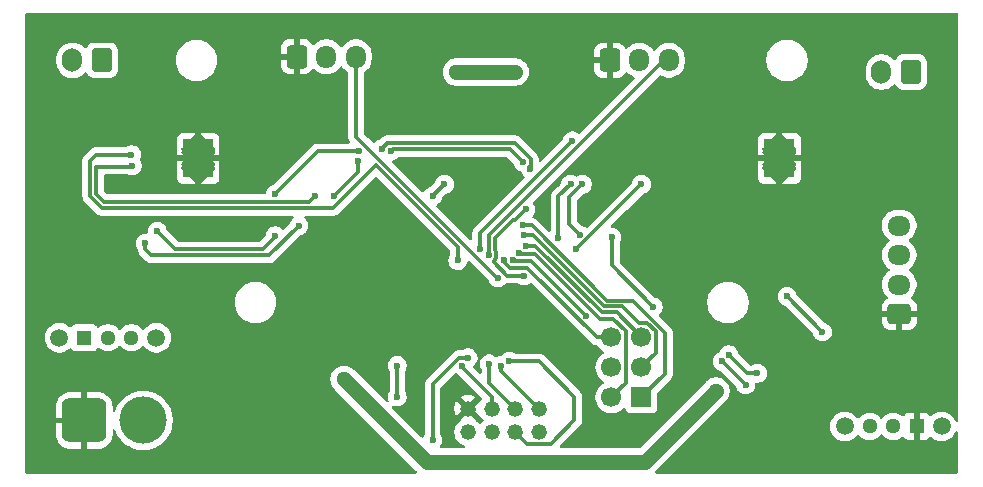
<source format=gbl>
G04 #@! TF.GenerationSoftware,KiCad,Pcbnew,9.0.2+dfsg-1*
G04 #@! TF.CreationDate,2025-08-18T20:52:40-04:00*
G04 #@! TF.ProjectId,Complex_Controller_V1,436f6d70-6c65-4785-9f43-6f6e74726f6c,rev?*
G04 #@! TF.SameCoordinates,Original*
G04 #@! TF.FileFunction,Copper,L2,Bot*
G04 #@! TF.FilePolarity,Positive*
%FSLAX46Y46*%
G04 Gerber Fmt 4.6, Leading zero omitted, Abs format (unit mm)*
G04 Created by KiCad (PCBNEW 9.0.2+dfsg-1) date 2025-08-18 20:52:40*
%MOMM*%
%LPD*%
G01*
G04 APERTURE LIST*
G04 Aperture macros list*
%AMRoundRect*
0 Rectangle with rounded corners*
0 $1 Rounding radius*
0 $2 $3 $4 $5 $6 $7 $8 $9 X,Y pos of 4 corners*
0 Add a 4 corners polygon primitive as box body*
4,1,4,$2,$3,$4,$5,$6,$7,$8,$9,$2,$3,0*
0 Add four circle primitives for the rounded corners*
1,1,$1+$1,$2,$3*
1,1,$1+$1,$4,$5*
1,1,$1+$1,$6,$7*
1,1,$1+$1,$8,$9*
0 Add four rect primitives between the rounded corners*
20,1,$1+$1,$2,$3,$4,$5,0*
20,1,$1+$1,$4,$5,$6,$7,0*
20,1,$1+$1,$6,$7,$8,$9,0*
20,1,$1+$1,$8,$9,$2,$3,0*%
G04 Aperture macros list end*
G04 #@! TA.AperFunction,ComponentPad*
%ADD10O,1.700000X1.950000*%
G04 #@! TD*
G04 #@! TA.AperFunction,ComponentPad*
%ADD11RoundRect,0.250000X-0.600000X-0.725000X0.600000X-0.725000X0.600000X0.725000X-0.600000X0.725000X0*%
G04 #@! TD*
G04 #@! TA.AperFunction,ComponentPad*
%ADD12O,1.950000X1.700000*%
G04 #@! TD*
G04 #@! TA.AperFunction,ComponentPad*
%ADD13RoundRect,0.250000X0.725000X-0.600000X0.725000X0.600000X-0.725000X0.600000X-0.725000X-0.600000X0*%
G04 #@! TD*
G04 #@! TA.AperFunction,ComponentPad*
%ADD14R,1.700000X1.700000*%
G04 #@! TD*
G04 #@! TA.AperFunction,ComponentPad*
%ADD15C,1.700000*%
G04 #@! TD*
G04 #@! TA.AperFunction,ComponentPad*
%ADD16RoundRect,0.760000X-1.140000X-1.140000X1.140000X-1.140000X1.140000X1.140000X-1.140000X1.140000X0*%
G04 #@! TD*
G04 #@! TA.AperFunction,ComponentPad*
%ADD17C,4.000000*%
G04 #@! TD*
G04 #@! TA.AperFunction,ComponentPad*
%ADD18C,1.320800*%
G04 #@! TD*
G04 #@! TA.AperFunction,ComponentPad*
%ADD19C,0.630000*%
G04 #@! TD*
G04 #@! TA.AperFunction,SMDPad,CuDef*
%ADD20R,2.600000X3.300000*%
G04 #@! TD*
G04 #@! TA.AperFunction,ComponentPad*
%ADD21R,1.295400X1.295400*%
G04 #@! TD*
G04 #@! TA.AperFunction,ComponentPad*
%ADD22C,1.295400*%
G04 #@! TD*
G04 #@! TA.AperFunction,ComponentPad*
%ADD23C,1.498600*%
G04 #@! TD*
G04 #@! TA.AperFunction,ComponentPad*
%ADD24RoundRect,0.250000X0.600000X0.750000X-0.600000X0.750000X-0.600000X-0.750000X0.600000X-0.750000X0*%
G04 #@! TD*
G04 #@! TA.AperFunction,ComponentPad*
%ADD25O,1.700000X2.000000*%
G04 #@! TD*
G04 #@! TA.AperFunction,ViaPad*
%ADD26C,0.600000*%
G04 #@! TD*
G04 #@! TA.AperFunction,ViaPad*
%ADD27C,1.300000*%
G04 #@! TD*
G04 #@! TA.AperFunction,Conductor*
%ADD28C,0.300000*%
G04 #@! TD*
G04 #@! TA.AperFunction,Conductor*
%ADD29C,1.300000*%
G04 #@! TD*
G04 APERTURE END LIST*
D10*
X136825000Y-88200000D03*
X134325000Y-88200000D03*
D11*
X131825000Y-88200000D03*
D12*
X182825000Y-102500000D03*
X182825000Y-105000000D03*
X182825000Y-107500000D03*
D13*
X182825000Y-110000000D03*
D14*
X161000000Y-117040000D03*
D15*
X158460000Y-117040000D03*
X161000000Y-114500000D03*
X158460000Y-114500000D03*
X161000000Y-111960000D03*
X158460000Y-111960000D03*
D16*
X113825000Y-119000000D03*
D17*
X118825000Y-119000000D03*
D18*
X146325000Y-118000000D03*
X146325000Y-120000001D03*
X148324999Y-118000000D03*
X148324999Y-120000001D03*
X150325000Y-118000000D03*
X150325000Y-120000001D03*
X152324998Y-118000000D03*
X152324998Y-120000001D03*
D19*
X172025000Y-95500000D03*
X172025000Y-96800000D03*
X172025000Y-98100000D03*
D20*
X172675000Y-96800000D03*
D19*
X173325000Y-95500000D03*
X173325000Y-96800000D03*
X173325000Y-98100000D03*
X122825000Y-95500000D03*
X122825000Y-96800000D03*
X122825000Y-98100000D03*
D20*
X123475000Y-96800000D03*
D19*
X124125000Y-95500000D03*
X124125000Y-96800000D03*
X124125000Y-98100000D03*
D21*
X184325000Y-119500000D03*
D22*
X182325000Y-119500000D03*
X180324999Y-119500000D03*
D23*
X186425001Y-119500000D03*
X178225000Y-119500000D03*
D11*
X158325000Y-88500000D03*
D10*
X160825000Y-88500000D03*
X163325000Y-88500000D03*
D24*
X115325000Y-88500000D03*
D25*
X112825000Y-88500000D03*
D21*
X113824999Y-112000000D03*
D22*
X115824999Y-112000000D03*
X117825000Y-112000000D03*
D23*
X111724998Y-112000000D03*
X119924999Y-112000000D03*
D24*
X183825000Y-89500000D03*
D25*
X181325000Y-89500000D03*
D26*
X141094731Y-94270304D03*
X114222550Y-104900819D03*
X138500000Y-98850000D03*
X138065003Y-105650000D03*
X139025003Y-101150000D03*
X152220267Y-109961000D03*
X127897507Y-102191327D03*
X157424011Y-101066367D03*
X120000000Y-103000000D03*
X130000000Y-99849000D03*
X130006043Y-103364340D03*
X139000000Y-96000000D03*
X137115243Y-96208344D03*
X151602764Y-97676000D03*
X155000000Y-99000000D03*
X153968224Y-103563920D03*
X155790380Y-103290380D03*
X135000000Y-100000000D03*
X139809621Y-96150000D03*
X132000000Y-102500000D03*
X119000000Y-104000000D03*
X156000000Y-99000000D03*
X137000000Y-97000000D03*
X151000000Y-97150000D03*
X156332447Y-110167553D03*
X150999217Y-102486811D03*
X155833372Y-101752611D03*
X151046644Y-103285407D03*
X151227765Y-104235506D03*
X150634434Y-104821327D03*
X150137030Y-105449000D03*
X149337027Y-105449000D03*
X148065761Y-104985001D03*
X150325000Y-110000000D03*
X146325000Y-98500000D03*
X141849402Y-118450000D03*
X176325000Y-111500000D03*
X173325000Y-108500000D03*
X126675000Y-116200000D03*
X184825000Y-117500000D03*
X110825000Y-116500000D03*
X120600000Y-94895000D03*
X153875000Y-98979673D03*
D27*
X165963263Y-98703894D03*
D26*
X110825000Y-122000000D03*
X139025002Y-102500000D03*
X169800000Y-94895000D03*
X138764860Y-111455590D03*
X184825000Y-121500000D03*
X140325000Y-109000000D03*
X146325000Y-103000000D03*
D27*
X116818185Y-98703894D03*
D26*
X126350000Y-96165000D03*
X137775000Y-104150000D03*
X143887103Y-97130255D03*
X138775000Y-113030000D03*
X175550000Y-96165000D03*
X161000000Y-99000000D03*
X155500000Y-104500000D03*
X149105626Y-114350000D03*
X149825000Y-114000000D03*
X146325000Y-113699000D03*
X143325000Y-120650001D03*
X117890000Y-97435000D03*
X133325000Y-100000000D03*
X169825000Y-116000000D03*
X151199293Y-101124293D03*
X151075000Y-106750000D03*
X167825000Y-114000000D03*
X143325000Y-100000000D03*
X158500000Y-103500000D03*
X140325000Y-117000000D03*
X140325000Y-114350000D03*
X144325000Y-99000000D03*
X162000000Y-109372120D03*
D27*
X167325000Y-116500000D03*
X135825000Y-115500000D03*
D26*
X145825000Y-114350000D03*
X148115380Y-114209620D03*
X155155053Y-95330053D03*
X148835488Y-106908751D03*
X170825000Y-115000000D03*
X168390687Y-113434313D03*
X147325000Y-104500000D03*
X145452880Y-105452880D03*
X150325000Y-89500000D03*
X145325000Y-89500000D03*
D27*
X145325000Y-89500000D03*
X150325000Y-89500000D03*
D26*
X117825000Y-96500000D03*
D28*
X139809621Y-96150000D02*
X139958621Y-96001000D01*
X139958621Y-96001000D02*
X149851000Y-96001000D01*
X149851000Y-96001000D02*
X151000000Y-97150000D01*
X151602764Y-97676000D02*
X151498709Y-97571945D01*
X151498709Y-97571945D02*
X151651000Y-97419654D01*
X151651000Y-97419654D02*
X151651000Y-96880346D01*
X151651000Y-96880346D02*
X150270654Y-95500000D01*
X150270654Y-95500000D02*
X139500000Y-95500000D01*
X139500000Y-95500000D02*
X139000000Y-96000000D01*
X145452880Y-105452880D02*
X145452880Y-104303091D01*
X145452880Y-104303091D02*
X138535221Y-97385433D01*
X138535221Y-97385433D02*
X134920654Y-101000000D01*
X134920654Y-101000000D02*
X115325000Y-101000000D01*
X115325000Y-101000000D02*
X114325000Y-100000000D01*
X114325000Y-100000000D02*
X114325000Y-97000000D01*
X114825000Y-96500000D02*
X117825000Y-96500000D01*
X114325000Y-97000000D02*
X114825000Y-96500000D01*
X130006043Y-103364340D02*
X130006043Y-103493957D01*
X121499000Y-104499000D02*
X120000000Y-103000000D01*
X130006043Y-103493957D02*
X129000000Y-104500000D01*
X129000000Y-104500000D02*
X127502000Y-104500000D01*
X127502000Y-104500000D02*
X127501000Y-104499000D01*
X127501000Y-104499000D02*
X121499000Y-104499000D01*
X119000000Y-104000000D02*
X119000000Y-104500000D01*
X119000000Y-104500000D02*
X119500000Y-105000000D01*
X119500000Y-105000000D02*
X129500000Y-105000000D01*
X129500000Y-105000000D02*
X132000000Y-102500000D01*
X133640656Y-96208344D02*
X130000000Y-99849000D01*
X137115243Y-96208344D02*
X133640656Y-96208344D01*
X153968224Y-100031776D02*
X155000000Y-99000000D01*
X153968224Y-103563920D02*
X153968224Y-100031776D01*
X155309227Y-99690773D02*
X155254763Y-99690773D01*
X154873417Y-102373417D02*
X155790380Y-103290380D01*
X156000000Y-99000000D02*
X155309227Y-99690773D01*
X155254763Y-99690773D02*
X154873417Y-100072119D01*
X154873417Y-100072119D02*
X154873417Y-102373417D01*
X161000000Y-99000000D02*
X155500000Y-104500000D01*
X158500000Y-103500000D02*
X158500000Y-105872120D01*
X158500000Y-105872120D02*
X162000000Y-109372120D01*
X137000000Y-98000000D02*
X135000000Y-100000000D01*
X137000000Y-97000000D02*
X137000000Y-98000000D01*
X158056520Y-108845412D02*
X160292403Y-108845412D01*
X160292403Y-108845412D02*
X163000000Y-111553009D01*
X163000000Y-111553009D02*
X163000000Y-115040000D01*
X163000000Y-115040000D02*
X161000000Y-117040000D01*
X151697924Y-102486811D02*
X158056520Y-108845412D01*
X150999217Y-102486811D02*
X151697924Y-102486811D01*
X157849000Y-109346412D02*
X159346412Y-109346412D01*
X159346412Y-109346412D02*
X160759000Y-110759000D01*
X160759000Y-110759000D02*
X161497471Y-110759000D01*
X161497471Y-110759000D02*
X162201000Y-111462529D01*
X162201000Y-111462529D02*
X162201000Y-113299000D01*
X162201000Y-113299000D02*
X161000000Y-114500000D01*
X151787998Y-103285407D02*
X157849000Y-109346412D01*
X151046644Y-103285407D02*
X151787998Y-103285407D01*
X152029575Y-104235506D02*
X157647034Y-109852966D01*
X151227765Y-104235506D02*
X152029575Y-104235506D01*
X157647034Y-109852966D02*
X158892966Y-109852966D01*
X158892966Y-109852966D02*
X161000000Y-111960000D01*
X157500000Y-110414452D02*
X158612923Y-110414452D01*
X158612923Y-110414452D02*
X159661000Y-111462529D01*
X159661000Y-111462529D02*
X159661000Y-115839000D01*
X159661000Y-115839000D02*
X158460000Y-117040000D01*
X151972054Y-104886506D02*
X157500000Y-110414452D01*
X150699613Y-104886506D02*
X151972054Y-104886506D01*
X150634434Y-104821327D02*
X150699613Y-104886506D01*
X151637221Y-105472327D02*
X156332447Y-110167553D01*
X150160357Y-105472327D02*
X151637221Y-105472327D01*
X150137030Y-105449000D02*
X150160357Y-105472327D01*
X149337027Y-105449000D02*
X149337027Y-105569651D01*
X149337027Y-105569651D02*
X149866376Y-106099000D01*
X157205654Y-111960000D02*
X158460000Y-111960000D01*
X149866376Y-106099000D02*
X151344654Y-106099000D01*
X151344654Y-106099000D02*
X157205654Y-111960000D01*
X151199293Y-101124293D02*
X150323586Y-102000000D01*
X148566761Y-103546105D02*
X148566761Y-104565347D01*
X148500000Y-105593654D02*
X149656346Y-106750000D01*
X150323586Y-102000000D02*
X150112866Y-102000000D01*
X150112866Y-102000000D02*
X148566761Y-103546105D01*
X148566761Y-104565347D02*
X148716761Y-104715347D01*
X148716761Y-104715347D02*
X148716761Y-105254655D01*
X148716761Y-105254655D02*
X148500000Y-105471416D01*
X148500000Y-105471416D02*
X148500000Y-105593654D01*
X149656346Y-106750000D02*
X151075000Y-106750000D01*
X148065761Y-104985001D02*
X148065761Y-103338585D01*
X148065761Y-103338585D02*
X162904346Y-88500000D01*
X162904346Y-88500000D02*
X163325000Y-88500000D01*
X136825000Y-94966691D02*
X136825000Y-88200000D01*
X148835488Y-106908751D02*
X148767060Y-106908751D01*
X148767060Y-106908751D02*
X136825000Y-94966691D01*
X173325000Y-108500000D02*
X176325000Y-111500000D01*
X149105626Y-114780628D02*
X152324998Y-118000000D01*
X149105626Y-114350000D02*
X149105626Y-114780628D01*
X152755335Y-121000000D02*
X152743934Y-121011401D01*
X152325000Y-114000000D02*
X155325000Y-117000000D01*
X153325000Y-121000000D02*
X152755335Y-121000000D01*
X155325000Y-117000000D02*
X155325000Y-119000000D01*
X155325000Y-119000000D02*
X153325000Y-121000000D01*
X151894661Y-121000000D02*
X151324999Y-121000000D01*
X151906062Y-121011401D02*
X151894661Y-121000000D01*
X151324999Y-121000000D02*
X150325000Y-120000001D01*
X152743934Y-121011401D02*
X151906062Y-121011401D01*
X149825000Y-114000000D02*
X152325000Y-114000000D01*
X145825000Y-114350000D02*
X145825000Y-114500000D01*
X146325000Y-113699000D02*
X145555346Y-113699000D01*
X145555346Y-113699000D02*
X143325000Y-115929346D01*
X143325000Y-117000000D02*
X143325000Y-120650001D01*
X143325000Y-115929346D02*
X143325000Y-117000000D01*
X133325000Y-100000000D02*
X132826000Y-100499000D01*
X114826000Y-99792480D02*
X114826000Y-97500000D01*
X132826000Y-100499000D02*
X115532520Y-100499000D01*
X115532520Y-100499000D02*
X114826000Y-99792480D01*
X117825000Y-97500000D02*
X117890000Y-97435000D01*
X114826000Y-97500000D02*
X117825000Y-97500000D01*
X169825000Y-116000000D02*
X167825000Y-114000000D01*
X140325000Y-117000000D02*
X140325000Y-114350000D01*
X143325000Y-100000000D02*
X144325000Y-99000000D01*
D29*
X142825000Y-122500000D02*
X135825000Y-115500000D01*
X167325000Y-116500000D02*
X161325000Y-122500000D01*
X161325000Y-122500000D02*
X142825000Y-122500000D01*
D28*
X148324999Y-116999999D02*
X148324999Y-118000000D01*
X145825000Y-114500000D02*
X148324999Y-116999999D01*
X148115380Y-115790380D02*
X150325000Y-118000000D01*
X148115380Y-114209620D02*
X148115380Y-115790380D01*
X147325000Y-104500000D02*
X147325000Y-103160106D01*
X147325000Y-103160106D02*
X155155053Y-95330053D01*
D29*
X145325000Y-89500000D02*
X150325000Y-89500000D01*
D28*
X168390687Y-113434313D02*
X169956374Y-115000000D01*
X169956374Y-115000000D02*
X170825000Y-115000000D01*
G04 #@! TA.AperFunction,Conductor*
G36*
X149597231Y-96671185D02*
G01*
X149617873Y-96687819D01*
X150182984Y-97252930D01*
X150216469Y-97314253D01*
X150216920Y-97316420D01*
X150230261Y-97383489D01*
X150230264Y-97383501D01*
X150290602Y-97529172D01*
X150290609Y-97529185D01*
X150378210Y-97660288D01*
X150378213Y-97660292D01*
X150489707Y-97771786D01*
X150489711Y-97771789D01*
X150620814Y-97859390D01*
X150620827Y-97859397D01*
X150766498Y-97919735D01*
X150766503Y-97919737D01*
X150766505Y-97919737D01*
X150766507Y-97919738D01*
X150772021Y-97920834D01*
X150778610Y-97922145D01*
X150840523Y-97954527D01*
X150868985Y-97996310D01*
X150893368Y-98055175D01*
X150893373Y-98055185D01*
X150980974Y-98186288D01*
X150980977Y-98186292D01*
X151092241Y-98297556D01*
X151125726Y-98358879D01*
X151120742Y-98428571D01*
X151092241Y-98472918D01*
X146819722Y-102745437D01*
X146819718Y-102745442D01*
X146777837Y-102808125D01*
X146777836Y-102808127D01*
X146772416Y-102816239D01*
X146748535Y-102851978D01*
X146748533Y-102851981D01*
X146699499Y-102970361D01*
X146699497Y-102970367D01*
X146674500Y-103096034D01*
X146674500Y-103596883D01*
X146654815Y-103663922D01*
X146602011Y-103709677D01*
X146532853Y-103719621D01*
X146469297Y-103690596D01*
X146462819Y-103684564D01*
X143681218Y-100902963D01*
X143647733Y-100841640D01*
X143652717Y-100771948D01*
X143694589Y-100716015D01*
X143700009Y-100712179D01*
X143704173Y-100709396D01*
X143704179Y-100709394D01*
X143835289Y-100621789D01*
X143946789Y-100510289D01*
X144034394Y-100379179D01*
X144094737Y-100233497D01*
X144108079Y-100166416D01*
X144140463Y-100104509D01*
X144141959Y-100102985D01*
X144427931Y-99817013D01*
X144489252Y-99783530D01*
X144491317Y-99783099D01*
X144558497Y-99769737D01*
X144687102Y-99716467D01*
X144704172Y-99709397D01*
X144704172Y-99709396D01*
X144704179Y-99709394D01*
X144835289Y-99621789D01*
X144946789Y-99510289D01*
X145034394Y-99379179D01*
X145094737Y-99233497D01*
X145125500Y-99078842D01*
X145125500Y-98921158D01*
X145125500Y-98921155D01*
X145125499Y-98921153D01*
X145115418Y-98870471D01*
X145094737Y-98766503D01*
X145063913Y-98692086D01*
X145034397Y-98620827D01*
X145034390Y-98620814D01*
X144946789Y-98489711D01*
X144946786Y-98489707D01*
X144835292Y-98378213D01*
X144835288Y-98378210D01*
X144704185Y-98290609D01*
X144704172Y-98290602D01*
X144558501Y-98230264D01*
X144558489Y-98230261D01*
X144403845Y-98199500D01*
X144403842Y-98199500D01*
X144246158Y-98199500D01*
X144246155Y-98199500D01*
X144091510Y-98230261D01*
X144091498Y-98230264D01*
X143945827Y-98290602D01*
X143945814Y-98290609D01*
X143814711Y-98378210D01*
X143814707Y-98378213D01*
X143703213Y-98489707D01*
X143703210Y-98489711D01*
X143615609Y-98620814D01*
X143615602Y-98620827D01*
X143555264Y-98766498D01*
X143555261Y-98766508D01*
X143541920Y-98833579D01*
X143509535Y-98895490D01*
X143507984Y-98897068D01*
X143222068Y-99182984D01*
X143160745Y-99216469D01*
X143158579Y-99216920D01*
X143091508Y-99230261D01*
X143091498Y-99230264D01*
X142945827Y-99290602D01*
X142945814Y-99290609D01*
X142814711Y-99378210D01*
X142814707Y-99378213D01*
X142703213Y-99489707D01*
X142703210Y-99489711D01*
X142612819Y-99624991D01*
X142559207Y-99669796D01*
X142489882Y-99678503D01*
X142426854Y-99648348D01*
X142422036Y-99643781D01*
X139919292Y-97141037D01*
X139885807Y-97079714D01*
X139890791Y-97010022D01*
X139932663Y-96954089D01*
X139982782Y-96931739D01*
X140004901Y-96927338D01*
X140043118Y-96919737D01*
X140155787Y-96873067D01*
X140188793Y-96859397D01*
X140188793Y-96859396D01*
X140188800Y-96859394D01*
X140319910Y-96771789D01*
X140403881Y-96687817D01*
X140465202Y-96654334D01*
X140491561Y-96651500D01*
X149530192Y-96651500D01*
X149597231Y-96671185D01*
G37*
G04 #@! TD.AperFunction*
G04 #@! TA.AperFunction,Conductor*
G36*
X187767539Y-84520185D02*
G01*
X187813294Y-84572989D01*
X187824500Y-84624500D01*
X187824500Y-118979873D01*
X187804815Y-119046912D01*
X187752011Y-119092667D01*
X187682853Y-119102611D01*
X187619297Y-119073586D01*
X187586517Y-119024147D01*
X187585097Y-119024736D01*
X187583237Y-119020244D01*
X187532015Y-118919716D01*
X187493926Y-118844962D01*
X187378295Y-118685810D01*
X187239191Y-118546706D01*
X187080039Y-118431075D01*
X186904762Y-118341766D01*
X186717663Y-118280973D01*
X186523367Y-118250200D01*
X186523362Y-118250200D01*
X186326640Y-118250200D01*
X186326635Y-118250200D01*
X186132338Y-118280973D01*
X185945239Y-118341766D01*
X185769962Y-118431075D01*
X185700174Y-118481780D01*
X185610811Y-118546706D01*
X185610809Y-118546708D01*
X185610807Y-118546709D01*
X185573432Y-118584084D01*
X185512109Y-118617569D01*
X185442417Y-118612583D01*
X185386486Y-118570714D01*
X185329887Y-118495109D01*
X185214793Y-118408949D01*
X185214786Y-118408945D01*
X185080079Y-118358703D01*
X185080072Y-118358701D01*
X185020544Y-118352300D01*
X184575000Y-118352300D01*
X184575000Y-119193225D01*
X184566737Y-119184962D01*
X184476962Y-119133130D01*
X184376832Y-119106300D01*
X184273168Y-119106300D01*
X184173038Y-119133130D01*
X184083263Y-119184962D01*
X184075000Y-119193225D01*
X184075000Y-118352300D01*
X183629455Y-118352300D01*
X183569927Y-118358701D01*
X183569920Y-118358703D01*
X183435213Y-118408945D01*
X183435206Y-118408949D01*
X183320112Y-118495109D01*
X183243720Y-118597154D01*
X183187785Y-118639025D01*
X183118094Y-118644008D01*
X183071569Y-118623160D01*
X182926791Y-118517974D01*
X182926790Y-118517973D01*
X182926788Y-118517972D01*
X182765756Y-118435922D01*
X182593871Y-118380073D01*
X182593869Y-118380072D01*
X182593867Y-118380072D01*
X182458948Y-118358703D01*
X182415365Y-118351800D01*
X182234635Y-118351800D01*
X182200251Y-118357246D01*
X182056132Y-118380072D01*
X182056129Y-118380073D01*
X181899162Y-118431075D01*
X181884241Y-118435923D01*
X181723208Y-118517974D01*
X181577003Y-118624196D01*
X181449200Y-118751999D01*
X181425317Y-118784872D01*
X181369986Y-118827537D01*
X181300373Y-118833516D01*
X181238578Y-118800910D01*
X181224680Y-118784870D01*
X181200800Y-118752001D01*
X181072995Y-118624196D01*
X180926790Y-118517974D01*
X180926789Y-118517973D01*
X180926787Y-118517972D01*
X180765755Y-118435922D01*
X180593870Y-118380073D01*
X180593868Y-118380072D01*
X180593866Y-118380072D01*
X180458947Y-118358703D01*
X180415364Y-118351800D01*
X180234634Y-118351800D01*
X180200250Y-118357246D01*
X180056131Y-118380072D01*
X180056128Y-118380073D01*
X179899161Y-118431075D01*
X179884240Y-118435923D01*
X179723207Y-118517974D01*
X179577002Y-118624196D01*
X179449199Y-118751999D01*
X179438107Y-118767266D01*
X179382775Y-118809930D01*
X179313162Y-118815906D01*
X179251368Y-118783298D01*
X179237473Y-118767263D01*
X179229492Y-118756278D01*
X179178294Y-118685810D01*
X179039190Y-118546706D01*
X178880038Y-118431075D01*
X178704761Y-118341766D01*
X178517662Y-118280973D01*
X178323366Y-118250200D01*
X178323361Y-118250200D01*
X178126639Y-118250200D01*
X178126634Y-118250200D01*
X177932337Y-118280973D01*
X177745238Y-118341766D01*
X177569961Y-118431075D01*
X177500173Y-118481780D01*
X177410810Y-118546706D01*
X177410808Y-118546708D01*
X177410807Y-118546708D01*
X177271708Y-118685807D01*
X177271708Y-118685808D01*
X177271706Y-118685810D01*
X177225069Y-118750000D01*
X177156075Y-118844961D01*
X177066766Y-119020238D01*
X177005973Y-119207337D01*
X176975200Y-119401633D01*
X176975200Y-119598366D01*
X177005973Y-119792662D01*
X177066766Y-119979761D01*
X177152121Y-120147277D01*
X177156075Y-120155038D01*
X177271706Y-120314190D01*
X177410810Y-120453294D01*
X177569962Y-120568925D01*
X177652774Y-120611120D01*
X177745238Y-120658233D01*
X177745240Y-120658233D01*
X177745243Y-120658235D01*
X177777833Y-120668824D01*
X177932337Y-120719026D01*
X178126634Y-120749800D01*
X178126639Y-120749800D01*
X178323366Y-120749800D01*
X178517662Y-120719026D01*
X178704757Y-120658235D01*
X178880038Y-120568925D01*
X179039190Y-120453294D01*
X179178294Y-120314190D01*
X179237473Y-120232736D01*
X179292803Y-120190071D01*
X179362416Y-120184092D01*
X179424211Y-120216698D01*
X179438108Y-120232736D01*
X179449193Y-120247993D01*
X179449199Y-120248000D01*
X179577002Y-120375803D01*
X179683970Y-120453518D01*
X179723211Y-120482028D01*
X179884243Y-120564078D01*
X180056128Y-120619927D01*
X180234634Y-120648200D01*
X180234635Y-120648200D01*
X180415363Y-120648200D01*
X180415364Y-120648200D01*
X180593870Y-120619927D01*
X180765755Y-120564078D01*
X180926787Y-120482028D01*
X181017784Y-120415915D01*
X181072995Y-120375803D01*
X181072997Y-120375800D01*
X181073001Y-120375798D01*
X181200797Y-120248002D01*
X181224680Y-120215128D01*
X181280008Y-120172463D01*
X181349621Y-120166482D01*
X181411417Y-120199087D01*
X181425316Y-120215126D01*
X181438111Y-120232736D01*
X181449202Y-120248002D01*
X181577003Y-120375803D01*
X181683971Y-120453518D01*
X181723212Y-120482028D01*
X181884244Y-120564078D01*
X182056129Y-120619927D01*
X182234635Y-120648200D01*
X182234636Y-120648200D01*
X182415364Y-120648200D01*
X182415365Y-120648200D01*
X182593871Y-120619927D01*
X182765756Y-120564078D01*
X182926788Y-120482028D01*
X183071569Y-120376838D01*
X183137375Y-120353359D01*
X183205429Y-120369184D01*
X183243720Y-120402845D01*
X183320112Y-120504890D01*
X183435206Y-120591050D01*
X183435213Y-120591054D01*
X183569920Y-120641296D01*
X183569927Y-120641298D01*
X183629455Y-120647699D01*
X183629472Y-120647700D01*
X184075000Y-120647700D01*
X184075000Y-119806775D01*
X184083263Y-119815038D01*
X184173038Y-119866870D01*
X184273168Y-119893700D01*
X184376832Y-119893700D01*
X184476962Y-119866870D01*
X184566737Y-119815038D01*
X184575000Y-119806775D01*
X184575000Y-120647700D01*
X185020528Y-120647700D01*
X185020544Y-120647699D01*
X185080072Y-120641298D01*
X185080079Y-120641296D01*
X185214786Y-120591054D01*
X185214793Y-120591050D01*
X185329887Y-120504890D01*
X185329888Y-120504889D01*
X185386484Y-120429287D01*
X185442417Y-120387415D01*
X185512109Y-120382431D01*
X185573431Y-120415915D01*
X185593777Y-120436260D01*
X185610811Y-120453294D01*
X185769963Y-120568925D01*
X185852775Y-120611120D01*
X185945239Y-120658233D01*
X185945241Y-120658233D01*
X185945244Y-120658235D01*
X185977834Y-120668824D01*
X186132338Y-120719026D01*
X186326635Y-120749800D01*
X186326640Y-120749800D01*
X186523367Y-120749800D01*
X186717663Y-120719026D01*
X186904758Y-120658235D01*
X187080039Y-120568925D01*
X187239191Y-120453294D01*
X187378295Y-120314190D01*
X187493926Y-120155038D01*
X187583236Y-119979757D01*
X187583237Y-119979755D01*
X187585097Y-119975264D01*
X187586616Y-119975893D01*
X187621997Y-119924140D01*
X187686354Y-119896936D01*
X187755201Y-119908843D01*
X187806681Y-119956083D01*
X187824500Y-120020126D01*
X187824500Y-123375500D01*
X187804815Y-123442539D01*
X187752011Y-123488294D01*
X187700500Y-123499500D01*
X162251916Y-123499500D01*
X162230671Y-123493261D01*
X162208586Y-123491683D01*
X162197800Y-123483609D01*
X162184877Y-123479815D01*
X162170380Y-123463084D01*
X162152651Y-123449814D01*
X162147941Y-123437189D01*
X162139122Y-123427011D01*
X162135971Y-123405097D01*
X162128232Y-123384350D01*
X162131095Y-123371186D01*
X162129178Y-123357853D01*
X162138376Y-123337711D01*
X162143082Y-123316077D01*
X162156352Y-123298349D01*
X162158203Y-123294297D01*
X162164232Y-123287822D01*
X162164233Y-123287821D01*
X162202553Y-123249501D01*
X162202555Y-123249497D01*
X168067432Y-117384620D01*
X168067439Y-117384614D01*
X168074499Y-117377554D01*
X168074501Y-117377553D01*
X168202553Y-117249501D01*
X168308996Y-117102994D01*
X168391211Y-116941639D01*
X168447171Y-116769409D01*
X168454402Y-116723757D01*
X168475501Y-116590547D01*
X168475501Y-116409454D01*
X168447171Y-116230591D01*
X168436839Y-116198792D01*
X168391213Y-116058366D01*
X168391213Y-116058365D01*
X168376120Y-116028744D01*
X168376119Y-116028743D01*
X168331737Y-115941639D01*
X168308996Y-115897006D01*
X168308994Y-115897003D01*
X168308993Y-115897001D01*
X168202556Y-115750502D01*
X168074499Y-115622445D01*
X168074494Y-115622441D01*
X167927997Y-115516006D01*
X167927996Y-115516005D01*
X167927994Y-115516004D01*
X167876300Y-115489664D01*
X167766639Y-115433788D01*
X167766636Y-115433787D01*
X167594410Y-115377829D01*
X167487072Y-115360828D01*
X167415546Y-115349499D01*
X167234453Y-115349499D01*
X167174832Y-115358942D01*
X167055589Y-115377829D01*
X166883363Y-115433787D01*
X166883360Y-115433788D01*
X166722002Y-115516006D01*
X166575505Y-115622441D01*
X166575500Y-115622445D01*
X166508446Y-115689500D01*
X166447447Y-115750499D01*
X166447444Y-115750502D01*
X163651238Y-118546709D01*
X160884766Y-121313181D01*
X160823443Y-121346666D01*
X160797085Y-121349500D01*
X154194808Y-121349500D01*
X154127769Y-121329815D01*
X154082014Y-121277011D01*
X154072070Y-121207853D01*
X154101095Y-121144297D01*
X154107127Y-121137819D01*
X155830273Y-119414672D01*
X155830272Y-119414672D01*
X155830276Y-119414669D01*
X155901465Y-119308127D01*
X155950501Y-119189744D01*
X155965465Y-119114516D01*
X155975500Y-119064071D01*
X155975500Y-116935928D01*
X155950502Y-116810261D01*
X155950501Y-116810260D01*
X155950501Y-116810256D01*
X155901465Y-116691873D01*
X155897674Y-116686199D01*
X155830277Y-116585331D01*
X155830275Y-116585329D01*
X155830273Y-116585326D01*
X152739673Y-113494726D01*
X152739669Y-113494723D01*
X152633127Y-113423535D01*
X152598326Y-113409120D01*
X152514744Y-113374499D01*
X152514738Y-113374497D01*
X152389071Y-113349500D01*
X152389069Y-113349500D01*
X150329935Y-113349500D01*
X150262896Y-113329815D01*
X150261090Y-113328633D01*
X150204179Y-113290606D01*
X150204172Y-113290602D01*
X150058501Y-113230264D01*
X150058489Y-113230261D01*
X149903845Y-113199500D01*
X149903842Y-113199500D01*
X149746158Y-113199500D01*
X149746155Y-113199500D01*
X149591510Y-113230261D01*
X149591498Y-113230264D01*
X149445827Y-113290602D01*
X149445814Y-113290609D01*
X149314711Y-113378210D01*
X149314707Y-113378213D01*
X149203211Y-113489709D01*
X149200086Y-113494388D01*
X149146475Y-113539194D01*
X149096982Y-113549500D01*
X149026781Y-113549500D01*
X148872136Y-113580261D01*
X148872129Y-113580263D01*
X148769049Y-113622959D01*
X148699580Y-113630427D01*
X148637101Y-113599151D01*
X148633917Y-113596078D01*
X148625672Y-113587833D01*
X148625668Y-113587830D01*
X148494565Y-113500229D01*
X148494552Y-113500222D01*
X148348881Y-113439884D01*
X148348869Y-113439881D01*
X148194225Y-113409120D01*
X148194222Y-113409120D01*
X148036538Y-113409120D01*
X148036535Y-113409120D01*
X147881890Y-113439881D01*
X147881878Y-113439884D01*
X147736207Y-113500222D01*
X147736194Y-113500229D01*
X147605091Y-113587830D01*
X147605087Y-113587833D01*
X147493593Y-113699327D01*
X147493590Y-113699331D01*
X147405989Y-113830434D01*
X147405982Y-113830447D01*
X147345644Y-113976118D01*
X147345641Y-113976130D01*
X147314880Y-114130773D01*
X147314880Y-114288466D01*
X147345641Y-114443109D01*
X147345644Y-114443121D01*
X147405982Y-114588792D01*
X147405986Y-114588799D01*
X147443982Y-114645664D01*
X147449633Y-114663711D01*
X147459857Y-114679620D01*
X147464308Y-114710579D01*
X147464860Y-114712341D01*
X147464880Y-114714555D01*
X147464880Y-114920572D01*
X147445195Y-114987611D01*
X147392391Y-115033366D01*
X147323233Y-115043310D01*
X147259677Y-115014285D01*
X147253199Y-115008253D01*
X146780543Y-114535597D01*
X146747058Y-114474274D01*
X146752042Y-114404582D01*
X146793914Y-114348649D01*
X146799324Y-114344819D01*
X146835289Y-114320789D01*
X146946789Y-114209289D01*
X147034394Y-114078179D01*
X147094737Y-113932497D01*
X147125500Y-113777842D01*
X147125500Y-113620158D01*
X147125500Y-113620155D01*
X147125499Y-113620153D01*
X147119070Y-113587831D01*
X147094737Y-113465503D01*
X147084124Y-113439881D01*
X147034397Y-113319827D01*
X147034390Y-113319814D01*
X146946789Y-113188711D01*
X146946786Y-113188707D01*
X146835292Y-113077213D01*
X146835288Y-113077210D01*
X146704185Y-112989609D01*
X146704172Y-112989602D01*
X146558501Y-112929264D01*
X146558489Y-112929261D01*
X146403845Y-112898500D01*
X146403842Y-112898500D01*
X146246158Y-112898500D01*
X146246155Y-112898500D01*
X146091510Y-112929261D01*
X146091498Y-112929264D01*
X145945827Y-112989602D01*
X145945820Y-112989606D01*
X145916928Y-113008911D01*
X145888955Y-113027602D01*
X145822279Y-113048480D01*
X145820065Y-113048500D01*
X145491275Y-113048500D01*
X145365607Y-113073497D01*
X145365603Y-113073498D01*
X145322154Y-113091496D01*
X145322153Y-113091496D01*
X145247227Y-113122530D01*
X145247209Y-113122540D01*
X145140678Y-113193721D01*
X145140671Y-113193727D01*
X142819727Y-115514671D01*
X142819721Y-115514678D01*
X142748800Y-115620821D01*
X142748797Y-115620826D01*
X142748535Y-115621219D01*
X142734522Y-115655050D01*
X142699499Y-115739601D01*
X142699497Y-115739607D01*
X142674500Y-115865274D01*
X142674500Y-120145065D01*
X142671426Y-120157936D01*
X142672425Y-120167654D01*
X142664380Y-120187442D01*
X142661122Y-120201089D01*
X142657747Y-120207752D01*
X142615606Y-120270822D01*
X142569797Y-120381415D01*
X142567656Y-120385643D01*
X142546835Y-120407796D01*
X142527753Y-120431476D01*
X142523137Y-120433012D01*
X142519807Y-120436556D01*
X142490311Y-120443937D01*
X142461459Y-120453540D01*
X142456746Y-120452337D01*
X142452027Y-120453518D01*
X142423220Y-120443779D01*
X142393760Y-120436260D01*
X142388199Y-120431940D01*
X142385837Y-120431142D01*
X142383659Y-120428413D01*
X142369353Y-120417300D01*
X139901166Y-117949113D01*
X139867681Y-117887790D01*
X139872665Y-117818098D01*
X139914537Y-117762165D01*
X139980001Y-117737748D01*
X140036298Y-117746870D01*
X140091503Y-117769737D01*
X140219981Y-117795293D01*
X140246153Y-117800499D01*
X140246156Y-117800500D01*
X140246158Y-117800500D01*
X140403844Y-117800500D01*
X140403845Y-117800499D01*
X140558497Y-117769737D01*
X140704179Y-117709394D01*
X140835289Y-117621789D01*
X140946789Y-117510289D01*
X141034394Y-117379179D01*
X141094737Y-117233497D01*
X141125500Y-117078842D01*
X141125500Y-116921158D01*
X141125500Y-116921155D01*
X141125499Y-116921153D01*
X141109277Y-116839600D01*
X141094737Y-116766503D01*
X141071080Y-116709390D01*
X141034397Y-116620828D01*
X141034396Y-116620827D01*
X141034394Y-116620821D01*
X140996396Y-116563953D01*
X140975520Y-116497276D01*
X140975500Y-116495064D01*
X140975500Y-114854935D01*
X140995185Y-114787896D01*
X140996366Y-114786090D01*
X141034394Y-114729179D01*
X141041369Y-114712341D01*
X141059313Y-114669019D01*
X141094737Y-114583497D01*
X141125500Y-114428842D01*
X141125500Y-114271158D01*
X141125500Y-114271155D01*
X141125499Y-114271153D01*
X141094737Y-114116503D01*
X141079139Y-114078846D01*
X141034397Y-113970827D01*
X141034390Y-113970814D01*
X140946789Y-113839711D01*
X140946786Y-113839707D01*
X140835292Y-113728213D01*
X140835288Y-113728210D01*
X140704185Y-113640609D01*
X140704172Y-113640602D01*
X140558501Y-113580264D01*
X140558489Y-113580261D01*
X140403845Y-113549500D01*
X140403842Y-113549500D01*
X140246158Y-113549500D01*
X140246155Y-113549500D01*
X140091510Y-113580261D01*
X140091498Y-113580264D01*
X139945827Y-113640602D01*
X139945814Y-113640609D01*
X139814711Y-113728210D01*
X139814707Y-113728213D01*
X139703213Y-113839707D01*
X139703210Y-113839711D01*
X139615609Y-113970814D01*
X139615602Y-113970827D01*
X139555264Y-114116498D01*
X139555261Y-114116510D01*
X139524500Y-114271153D01*
X139524500Y-114428846D01*
X139555261Y-114583489D01*
X139555264Y-114583501D01*
X139615602Y-114729172D01*
X139615606Y-114729179D01*
X139653602Y-114786044D01*
X139674480Y-114852721D01*
X139674500Y-114854935D01*
X139674500Y-116495064D01*
X139654815Y-116562103D01*
X139653603Y-116563954D01*
X139615608Y-116620817D01*
X139615602Y-116620828D01*
X139555264Y-116766498D01*
X139555261Y-116766510D01*
X139524500Y-116921153D01*
X139524500Y-117078846D01*
X139555261Y-117233489D01*
X139555264Y-117233501D01*
X139578128Y-117288700D01*
X139585597Y-117358170D01*
X139554321Y-117420649D01*
X139494232Y-117456300D01*
X139424407Y-117453806D01*
X139375886Y-117423833D01*
X136706893Y-114754840D01*
X136706884Y-114754830D01*
X136661444Y-114709390D01*
X136574501Y-114622447D01*
X136574497Y-114622444D01*
X136574493Y-114622440D01*
X136427997Y-114516006D01*
X136427996Y-114516005D01*
X136427994Y-114516004D01*
X136346095Y-114474274D01*
X136266639Y-114433788D01*
X136266636Y-114433787D01*
X136094410Y-114377829D01*
X136004977Y-114363664D01*
X135915546Y-114349499D01*
X135734454Y-114349499D01*
X135674833Y-114358942D01*
X135555589Y-114377829D01*
X135383363Y-114433787D01*
X135383360Y-114433788D01*
X135222002Y-114516006D01*
X135075505Y-114622441D01*
X135075500Y-114622445D01*
X134947447Y-114750498D01*
X134918445Y-114790417D01*
X134857356Y-114874499D01*
X134841004Y-114897006D01*
X134841002Y-114897009D01*
X134758788Y-115058360D01*
X134758787Y-115058363D01*
X134702829Y-115230589D01*
X134702368Y-115233501D01*
X134674499Y-115409454D01*
X134674499Y-115590546D01*
X134693022Y-115707491D01*
X134702367Y-115766491D01*
X134702368Y-115766506D01*
X134702369Y-115766506D01*
X134702829Y-115769409D01*
X134702830Y-115769413D01*
X134702831Y-115769417D01*
X134758787Y-115941636D01*
X134758788Y-115941639D01*
X134841006Y-116102997D01*
X134947440Y-116249493D01*
X134947444Y-116249497D01*
X134947447Y-116249501D01*
X135030125Y-116332179D01*
X135079829Y-116381883D01*
X135079840Y-116381893D01*
X141947444Y-123249497D01*
X141947447Y-123249501D01*
X141965044Y-123267098D01*
X141985766Y-123287821D01*
X142001194Y-123316077D01*
X142019249Y-123349142D01*
X142019248Y-123349143D01*
X142019250Y-123349145D01*
X142017364Y-123375500D01*
X142014265Y-123418834D01*
X141972393Y-123474767D01*
X141972392Y-123474767D01*
X141972391Y-123474769D01*
X141937795Y-123487671D01*
X141906929Y-123499184D01*
X141898083Y-123499500D01*
X108949500Y-123499500D01*
X108882461Y-123479815D01*
X108836706Y-123427011D01*
X108825500Y-123375500D01*
X108825500Y-117795280D01*
X111425000Y-117795280D01*
X111425000Y-118750000D01*
X112497769Y-118750000D01*
X112475000Y-118893753D01*
X112475000Y-119106247D01*
X112497769Y-119250000D01*
X111425000Y-119250000D01*
X111425000Y-120204719D01*
X111435482Y-120337906D01*
X111435483Y-120337912D01*
X111490898Y-120557829D01*
X111490899Y-120557832D01*
X111584695Y-120764330D01*
X111584698Y-120764336D01*
X111713851Y-120950758D01*
X111713861Y-120950770D01*
X111874229Y-121111138D01*
X111874241Y-121111148D01*
X112060663Y-121240301D01*
X112060669Y-121240304D01*
X112267167Y-121334100D01*
X112267170Y-121334101D01*
X112487087Y-121389516D01*
X112487093Y-121389517D01*
X112620280Y-121399999D01*
X112620294Y-121400000D01*
X113575000Y-121400000D01*
X113575000Y-120327231D01*
X113718753Y-120350000D01*
X113931247Y-120350000D01*
X114075000Y-120327231D01*
X114075000Y-121400000D01*
X115029706Y-121400000D01*
X115029719Y-121399999D01*
X115162906Y-121389517D01*
X115162912Y-121389516D01*
X115382829Y-121334101D01*
X115382832Y-121334100D01*
X115589330Y-121240304D01*
X115589336Y-121240301D01*
X115775758Y-121111148D01*
X115775770Y-121111138D01*
X115936138Y-120950770D01*
X115936148Y-120950758D01*
X116065301Y-120764336D01*
X116065304Y-120764330D01*
X116159100Y-120557832D01*
X116159101Y-120557829D01*
X116214516Y-120337912D01*
X116214517Y-120337906D01*
X116224999Y-120204719D01*
X116225000Y-120204706D01*
X116225000Y-119870309D01*
X116244685Y-119803270D01*
X116297489Y-119757515D01*
X116366647Y-119747571D01*
X116430203Y-119776596D01*
X116466041Y-119829354D01*
X116511200Y-119958411D01*
X116633053Y-120211442D01*
X116633055Y-120211445D01*
X116782477Y-120449248D01*
X116895564Y-120591054D01*
X116940736Y-120647699D01*
X116957584Y-120668825D01*
X117156175Y-120867416D01*
X117375752Y-121042523D01*
X117613555Y-121191945D01*
X117866592Y-121313801D01*
X118065680Y-121383465D01*
X118131670Y-121406556D01*
X118131682Y-121406560D01*
X118405491Y-121469055D01*
X118405497Y-121469055D01*
X118405505Y-121469057D01*
X118591547Y-121490018D01*
X118684569Y-121500499D01*
X118684572Y-121500500D01*
X118684575Y-121500500D01*
X118965428Y-121500500D01*
X118965429Y-121500499D01*
X119108055Y-121484429D01*
X119244494Y-121469057D01*
X119244499Y-121469056D01*
X119244509Y-121469055D01*
X119518318Y-121406560D01*
X119783408Y-121313801D01*
X120036445Y-121191945D01*
X120274248Y-121042523D01*
X120493825Y-120867416D01*
X120692416Y-120668825D01*
X120867523Y-120449248D01*
X121016945Y-120211445D01*
X121138801Y-119958408D01*
X121231560Y-119693318D01*
X121294055Y-119419509D01*
X121294601Y-119414669D01*
X121325499Y-119140431D01*
X121325500Y-119140427D01*
X121325500Y-118859572D01*
X121325499Y-118859568D01*
X121323853Y-118844962D01*
X121306852Y-118694069D01*
X121294057Y-118580505D01*
X121294054Y-118580487D01*
X121231560Y-118306682D01*
X121231556Y-118306670D01*
X121203825Y-118227421D01*
X121138801Y-118041592D01*
X121016945Y-117788555D01*
X120867523Y-117550752D01*
X120692416Y-117331175D01*
X120493825Y-117132584D01*
X120274248Y-116957477D01*
X120036445Y-116808055D01*
X120036442Y-116808053D01*
X119783411Y-116686200D01*
X119518329Y-116593443D01*
X119518317Y-116593439D01*
X119244512Y-116530945D01*
X119244494Y-116530942D01*
X118965431Y-116499500D01*
X118965425Y-116499500D01*
X118684575Y-116499500D01*
X118684568Y-116499500D01*
X118405505Y-116530942D01*
X118405487Y-116530945D01*
X118131682Y-116593439D01*
X118131670Y-116593443D01*
X117866588Y-116686200D01*
X117613557Y-116808053D01*
X117375753Y-116957476D01*
X117156175Y-117132583D01*
X116957583Y-117331175D01*
X116782476Y-117550753D01*
X116633053Y-117788557D01*
X116511200Y-118041588D01*
X116466041Y-118170645D01*
X116425319Y-118227421D01*
X116360367Y-118253168D01*
X116291805Y-118239712D01*
X116241402Y-118191324D01*
X116225000Y-118129690D01*
X116225000Y-117795293D01*
X116224999Y-117795280D01*
X116214517Y-117662093D01*
X116214516Y-117662087D01*
X116159101Y-117442170D01*
X116159100Y-117442167D01*
X116065304Y-117235669D01*
X116065301Y-117235663D01*
X115936148Y-117049241D01*
X115936138Y-117049229D01*
X115775770Y-116888861D01*
X115775758Y-116888851D01*
X115589336Y-116759698D01*
X115589330Y-116759695D01*
X115382832Y-116665899D01*
X115382829Y-116665898D01*
X115162912Y-116610483D01*
X115162906Y-116610482D01*
X115029719Y-116600000D01*
X114075000Y-116600000D01*
X114075000Y-117672768D01*
X113931247Y-117650000D01*
X113718753Y-117650000D01*
X113575000Y-117672768D01*
X113575000Y-116600000D01*
X112620280Y-116600000D01*
X112487093Y-116610482D01*
X112487087Y-116610483D01*
X112267170Y-116665898D01*
X112267167Y-116665899D01*
X112060669Y-116759695D01*
X112060663Y-116759698D01*
X111874241Y-116888851D01*
X111874229Y-116888861D01*
X111713861Y-117049229D01*
X111713851Y-117049241D01*
X111584698Y-117235663D01*
X111584695Y-117235669D01*
X111490899Y-117442167D01*
X111490898Y-117442170D01*
X111435483Y-117662087D01*
X111435482Y-117662093D01*
X111425000Y-117795280D01*
X108825500Y-117795280D01*
X108825500Y-111901633D01*
X110475198Y-111901633D01*
X110475198Y-112098366D01*
X110505971Y-112292662D01*
X110566764Y-112479761D01*
X110633380Y-112610500D01*
X110656073Y-112655038D01*
X110771704Y-112814190D01*
X110910808Y-112953294D01*
X111069960Y-113068925D01*
X111152772Y-113111120D01*
X111245236Y-113158233D01*
X111245238Y-113158233D01*
X111245241Y-113158235D01*
X111339024Y-113188707D01*
X111432335Y-113219026D01*
X111626632Y-113249800D01*
X111626637Y-113249800D01*
X111823364Y-113249800D01*
X112017660Y-113219026D01*
X112073704Y-113200816D01*
X112204755Y-113158235D01*
X112380036Y-113068925D01*
X112539188Y-112953294D01*
X112576209Y-112916273D01*
X112637532Y-112882788D01*
X112707224Y-112887772D01*
X112763156Y-112929642D01*
X112819753Y-113005246D01*
X112849617Y-113027602D01*
X112934963Y-113091493D01*
X112934970Y-113091497D01*
X113069816Y-113141791D01*
X113069815Y-113141791D01*
X113076743Y-113142535D01*
X113129426Y-113148200D01*
X114520571Y-113148199D01*
X114580182Y-113141791D01*
X114715030Y-113091496D01*
X114830245Y-113005246D01*
X114906682Y-112903138D01*
X114962615Y-112861269D01*
X115032307Y-112856285D01*
X115078833Y-112877133D01*
X115211630Y-112973614D01*
X115223211Y-112982028D01*
X115384243Y-113064078D01*
X115556128Y-113119927D01*
X115734634Y-113148200D01*
X115734635Y-113148200D01*
X115915363Y-113148200D01*
X115915364Y-113148200D01*
X116093870Y-113119927D01*
X116265755Y-113064078D01*
X116426787Y-112982028D01*
X116535368Y-112903140D01*
X116572995Y-112875803D01*
X116572997Y-112875800D01*
X116573001Y-112875798D01*
X116700797Y-112748002D01*
X116724680Y-112715128D01*
X116780008Y-112672463D01*
X116849621Y-112666482D01*
X116911417Y-112699087D01*
X116925316Y-112715126D01*
X116932431Y-112724919D01*
X116949202Y-112748002D01*
X117077003Y-112875803D01*
X117213817Y-112975202D01*
X117223212Y-112982028D01*
X117384244Y-113064078D01*
X117556129Y-113119927D01*
X117734635Y-113148200D01*
X117734636Y-113148200D01*
X117915364Y-113148200D01*
X117915365Y-113148200D01*
X118093871Y-113119927D01*
X118265756Y-113064078D01*
X118426788Y-112982028D01*
X118535369Y-112903140D01*
X118572996Y-112875803D01*
X118572998Y-112875800D01*
X118573002Y-112875798D01*
X118700798Y-112748002D01*
X118711887Y-112732738D01*
X118767216Y-112690072D01*
X118836829Y-112684091D01*
X118898625Y-112716696D01*
X118912525Y-112732736D01*
X118971705Y-112814190D01*
X119110809Y-112953294D01*
X119269961Y-113068925D01*
X119352773Y-113111120D01*
X119445237Y-113158233D01*
X119445239Y-113158233D01*
X119445242Y-113158235D01*
X119539025Y-113188707D01*
X119632336Y-113219026D01*
X119826633Y-113249800D01*
X119826638Y-113249800D01*
X120023365Y-113249800D01*
X120217661Y-113219026D01*
X120273705Y-113200816D01*
X120404756Y-113158235D01*
X120580037Y-113068925D01*
X120739189Y-112953294D01*
X120878293Y-112814190D01*
X120993924Y-112655038D01*
X121083234Y-112479757D01*
X121144025Y-112292662D01*
X121157213Y-112209397D01*
X121174799Y-112098366D01*
X121174799Y-111901633D01*
X121144025Y-111707337D01*
X121083232Y-111520238D01*
X121003252Y-111363270D01*
X120993924Y-111344962D01*
X120878293Y-111185810D01*
X120739189Y-111046706D01*
X120580037Y-110931075D01*
X120535735Y-110908502D01*
X120404760Y-110841766D01*
X120217661Y-110780973D01*
X120023365Y-110750200D01*
X120023360Y-110750200D01*
X119826638Y-110750200D01*
X119826633Y-110750200D01*
X119632336Y-110780973D01*
X119445237Y-110841766D01*
X119269960Y-110931075D01*
X119189261Y-110989707D01*
X119110809Y-111046706D01*
X119110807Y-111046708D01*
X119110806Y-111046708D01*
X118971704Y-111185810D01*
X118912524Y-111267264D01*
X118857194Y-111309929D01*
X118787580Y-111315907D01*
X118725786Y-111283300D01*
X118711889Y-111267262D01*
X118700803Y-111252004D01*
X118700799Y-111251999D01*
X118572996Y-111124196D01*
X118426791Y-111017974D01*
X118426790Y-111017973D01*
X118426788Y-111017972D01*
X118265756Y-110935922D01*
X118093871Y-110880073D01*
X118093869Y-110880072D01*
X118093867Y-110880072D01*
X117955823Y-110858208D01*
X117915365Y-110851800D01*
X117734635Y-110851800D01*
X117694177Y-110858208D01*
X117556132Y-110880072D01*
X117556129Y-110880073D01*
X117399162Y-110931075D01*
X117384241Y-110935923D01*
X117223208Y-111017974D01*
X117077003Y-111124196D01*
X116949200Y-111251999D01*
X116925317Y-111284872D01*
X116869986Y-111327537D01*
X116800373Y-111333516D01*
X116738578Y-111300910D01*
X116724680Y-111284870D01*
X116700800Y-111252001D01*
X116572995Y-111124196D01*
X116426790Y-111017974D01*
X116426789Y-111017973D01*
X116426787Y-111017972D01*
X116265755Y-110935922D01*
X116093870Y-110880073D01*
X116093868Y-110880072D01*
X116093866Y-110880072D01*
X115955822Y-110858208D01*
X115915364Y-110851800D01*
X115734634Y-110851800D01*
X115694176Y-110858208D01*
X115556131Y-110880072D01*
X115556128Y-110880073D01*
X115399161Y-110931075D01*
X115384240Y-110935923D01*
X115223208Y-111017973D01*
X115078832Y-111122867D01*
X115013026Y-111146346D01*
X114944972Y-111130520D01*
X114906682Y-111096860D01*
X114864081Y-111039953D01*
X114830245Y-110994754D01*
X114830243Y-110994753D01*
X114830243Y-110994752D01*
X114715034Y-110908506D01*
X114715027Y-110908502D01*
X114580181Y-110858208D01*
X114580182Y-110858208D01*
X114520582Y-110851801D01*
X114520580Y-110851800D01*
X114520572Y-110851800D01*
X114520563Y-110851800D01*
X113129428Y-110851800D01*
X113129422Y-110851801D01*
X113069815Y-110858208D01*
X112934970Y-110908502D01*
X112934963Y-110908506D01*
X112819754Y-110994752D01*
X112819753Y-110994753D01*
X112763154Y-111070358D01*
X112707220Y-111112228D01*
X112637528Y-111117211D01*
X112576208Y-111083726D01*
X112539190Y-111046708D01*
X112539188Y-111046706D01*
X112380036Y-110931075D01*
X112335734Y-110908502D01*
X112204759Y-110841766D01*
X112017660Y-110780973D01*
X111823364Y-110750200D01*
X111823359Y-110750200D01*
X111626637Y-110750200D01*
X111626632Y-110750200D01*
X111432335Y-110780973D01*
X111245236Y-110841766D01*
X111069959Y-110931075D01*
X110989260Y-110989707D01*
X110910808Y-111046706D01*
X110910806Y-111046708D01*
X110910805Y-111046708D01*
X110771706Y-111185807D01*
X110771706Y-111185808D01*
X110771704Y-111185810D01*
X110770963Y-111186830D01*
X110656073Y-111344961D01*
X110566764Y-111520238D01*
X110505971Y-111707337D01*
X110475198Y-111901633D01*
X108825500Y-111901633D01*
X108825500Y-108885258D01*
X126574500Y-108885258D01*
X126574500Y-109114741D01*
X126598006Y-109293275D01*
X126604452Y-109342238D01*
X126633584Y-109450962D01*
X126663842Y-109563887D01*
X126751650Y-109775876D01*
X126751657Y-109775890D01*
X126866392Y-109974617D01*
X127006081Y-110156661D01*
X127006089Y-110156670D01*
X127168330Y-110318911D01*
X127168338Y-110318918D01*
X127350382Y-110458607D01*
X127350385Y-110458608D01*
X127350388Y-110458611D01*
X127549112Y-110573344D01*
X127549117Y-110573346D01*
X127549123Y-110573349D01*
X127640480Y-110611190D01*
X127761113Y-110661158D01*
X127982762Y-110720548D01*
X128210266Y-110750500D01*
X128210273Y-110750500D01*
X128439727Y-110750500D01*
X128439734Y-110750500D01*
X128667238Y-110720548D01*
X128888887Y-110661158D01*
X129100888Y-110573344D01*
X129299612Y-110458611D01*
X129481661Y-110318919D01*
X129481665Y-110318914D01*
X129481670Y-110318911D01*
X129643911Y-110156670D01*
X129643914Y-110156665D01*
X129643919Y-110156661D01*
X129783611Y-109974612D01*
X129898344Y-109775888D01*
X129986158Y-109563887D01*
X130045548Y-109342238D01*
X130075500Y-109114734D01*
X130075500Y-108885266D01*
X130045548Y-108657762D01*
X129986158Y-108436113D01*
X129915903Y-108266503D01*
X129898349Y-108224123D01*
X129898346Y-108224117D01*
X129898344Y-108224112D01*
X129783611Y-108025388D01*
X129783608Y-108025385D01*
X129783607Y-108025382D01*
X129643918Y-107843338D01*
X129643911Y-107843330D01*
X129481670Y-107681089D01*
X129481661Y-107681081D01*
X129299617Y-107541392D01*
X129262109Y-107519737D01*
X129100888Y-107426656D01*
X129100876Y-107426650D01*
X128888887Y-107338842D01*
X128667238Y-107279452D01*
X128629215Y-107274446D01*
X128439741Y-107249500D01*
X128439734Y-107249500D01*
X128210266Y-107249500D01*
X128210258Y-107249500D01*
X127993715Y-107278009D01*
X127982762Y-107279452D01*
X127951099Y-107287936D01*
X127761112Y-107338842D01*
X127549123Y-107426650D01*
X127549109Y-107426657D01*
X127350382Y-107541392D01*
X127168338Y-107681081D01*
X127006081Y-107843338D01*
X126866392Y-108025382D01*
X126751657Y-108224109D01*
X126751650Y-108224123D01*
X126663844Y-108436108D01*
X126663842Y-108436113D01*
X126605179Y-108655051D01*
X126604453Y-108657759D01*
X126604451Y-108657770D01*
X126574500Y-108885258D01*
X108825500Y-108885258D01*
X108825500Y-96935928D01*
X113674500Y-96935928D01*
X113674500Y-96935931D01*
X113674500Y-100064069D01*
X113682544Y-100104509D01*
X113682730Y-100105441D01*
X113682730Y-100105443D01*
X113699497Y-100189736D01*
X113699499Y-100189744D01*
X113733283Y-100271307D01*
X113748535Y-100308127D01*
X113796005Y-100379172D01*
X113819726Y-100414673D01*
X114910325Y-101505272D01*
X114910331Y-101505277D01*
X115016874Y-101576466D01*
X115086221Y-101605189D01*
X115135256Y-101625501D01*
X115135259Y-101625501D01*
X115135260Y-101625502D01*
X115260928Y-101650500D01*
X131421731Y-101650500D01*
X131488770Y-101670185D01*
X131534525Y-101722989D01*
X131544469Y-101792147D01*
X131515444Y-101855703D01*
X131494373Y-101874292D01*
X131494419Y-101874347D01*
X131492880Y-101875609D01*
X131490621Y-101877603D01*
X131489708Y-101878212D01*
X131378213Y-101989707D01*
X131378210Y-101989711D01*
X131290609Y-102120814D01*
X131290602Y-102120827D01*
X131230264Y-102266498D01*
X131230261Y-102266508D01*
X131216920Y-102333579D01*
X131184535Y-102395490D01*
X131182984Y-102397068D01*
X130764598Y-102815454D01*
X130703275Y-102848939D01*
X130633583Y-102843955D01*
X130589236Y-102815454D01*
X130516335Y-102742553D01*
X130516331Y-102742550D01*
X130385228Y-102654949D01*
X130385215Y-102654942D01*
X130239544Y-102594604D01*
X130239532Y-102594601D01*
X130084888Y-102563840D01*
X130084885Y-102563840D01*
X129927201Y-102563840D01*
X129927198Y-102563840D01*
X129772553Y-102594601D01*
X129772541Y-102594604D01*
X129626870Y-102654942D01*
X129626857Y-102654949D01*
X129495754Y-102742550D01*
X129495750Y-102742553D01*
X129384256Y-102854047D01*
X129384253Y-102854051D01*
X129296652Y-102985154D01*
X129296645Y-102985167D01*
X129236307Y-103130838D01*
X129236304Y-103130850D01*
X129205543Y-103285493D01*
X129205543Y-103323149D01*
X129185858Y-103390188D01*
X129169224Y-103410830D01*
X128766873Y-103813181D01*
X128705550Y-103846666D01*
X128679192Y-103849500D01*
X127581317Y-103849500D01*
X127569166Y-103848903D01*
X127565073Y-103848500D01*
X127565069Y-103848500D01*
X121819807Y-103848500D01*
X121752768Y-103828815D01*
X121732126Y-103812181D01*
X120817015Y-102897070D01*
X120783530Y-102835747D01*
X120783095Y-102833660D01*
X120769737Y-102766503D01*
X120733830Y-102679815D01*
X120709397Y-102620827D01*
X120709390Y-102620814D01*
X120621789Y-102489711D01*
X120621786Y-102489707D01*
X120510292Y-102378213D01*
X120510288Y-102378210D01*
X120379185Y-102290609D01*
X120379172Y-102290602D01*
X120233501Y-102230264D01*
X120233489Y-102230261D01*
X120078845Y-102199500D01*
X120078842Y-102199500D01*
X119921158Y-102199500D01*
X119921155Y-102199500D01*
X119766510Y-102230261D01*
X119766498Y-102230264D01*
X119620827Y-102290602D01*
X119620814Y-102290609D01*
X119489711Y-102378210D01*
X119489707Y-102378213D01*
X119378213Y-102489707D01*
X119378210Y-102489711D01*
X119290609Y-102620814D01*
X119290602Y-102620827D01*
X119230264Y-102766498D01*
X119230261Y-102766510D01*
X119199500Y-102921153D01*
X119199500Y-103075500D01*
X119179815Y-103142539D01*
X119127011Y-103188294D01*
X119075500Y-103199500D01*
X118921155Y-103199500D01*
X118766510Y-103230261D01*
X118766498Y-103230264D01*
X118620827Y-103290602D01*
X118620814Y-103290609D01*
X118489711Y-103378210D01*
X118489707Y-103378213D01*
X118378213Y-103489707D01*
X118378210Y-103489711D01*
X118290609Y-103620814D01*
X118290602Y-103620827D01*
X118230264Y-103766498D01*
X118230261Y-103766510D01*
X118199500Y-103921153D01*
X118199500Y-104078846D01*
X118230261Y-104233489D01*
X118230264Y-104233501D01*
X118290602Y-104379172D01*
X118290606Y-104379179D01*
X118328602Y-104436045D01*
X118333258Y-104448706D01*
X118339648Y-104456497D01*
X118344009Y-104477942D01*
X118348671Y-104490618D01*
X118349500Y-104497750D01*
X118349500Y-104564069D01*
X118367067Y-104652380D01*
X118368043Y-104657286D01*
X118374499Y-104689744D01*
X118423534Y-104808125D01*
X118494726Y-104914673D01*
X118494727Y-104914674D01*
X119085331Y-105505277D01*
X119085336Y-105505281D01*
X119132814Y-105537004D01*
X119132816Y-105537005D01*
X119132818Y-105537006D01*
X119191873Y-105576465D01*
X119310256Y-105625501D01*
X119310260Y-105625501D01*
X119310261Y-105625502D01*
X119435928Y-105650500D01*
X119435931Y-105650500D01*
X129564071Y-105650500D01*
X129648615Y-105633682D01*
X129689744Y-105625501D01*
X129808127Y-105576465D01*
X129867182Y-105537006D01*
X129914669Y-105505277D01*
X132102931Y-103317013D01*
X132164252Y-103283530D01*
X132166317Y-103283099D01*
X132233497Y-103269737D01*
X132379179Y-103209394D01*
X132510289Y-103121789D01*
X132621789Y-103010289D01*
X132709394Y-102879179D01*
X132769737Y-102733497D01*
X132800500Y-102578842D01*
X132800500Y-102421158D01*
X132800500Y-102421155D01*
X132800499Y-102421153D01*
X132783079Y-102333579D01*
X132769737Y-102266503D01*
X132769735Y-102266498D01*
X132709397Y-102120827D01*
X132709390Y-102120814D01*
X132621789Y-101989711D01*
X132621786Y-101989707D01*
X132510291Y-101878212D01*
X132509379Y-101877603D01*
X132509008Y-101877160D01*
X132505581Y-101874347D01*
X132506114Y-101873696D01*
X132464573Y-101823990D01*
X132455866Y-101754666D01*
X132486020Y-101691638D01*
X132545463Y-101654918D01*
X132578269Y-101650500D01*
X134984725Y-101650500D01*
X135069269Y-101633682D01*
X135110398Y-101625501D01*
X135228781Y-101576465D01*
X135335323Y-101505277D01*
X138447540Y-98393058D01*
X138508863Y-98359574D01*
X138578555Y-98364558D01*
X138622902Y-98393059D01*
X144766061Y-104536218D01*
X144799546Y-104597541D01*
X144802380Y-104623899D01*
X144802380Y-104947944D01*
X144782695Y-105014983D01*
X144781483Y-105016834D01*
X144743488Y-105073697D01*
X144743482Y-105073708D01*
X144683144Y-105219378D01*
X144683141Y-105219390D01*
X144652380Y-105374033D01*
X144652380Y-105531726D01*
X144683141Y-105686369D01*
X144683144Y-105686381D01*
X144743482Y-105832052D01*
X144743489Y-105832065D01*
X144831090Y-105963168D01*
X144831093Y-105963172D01*
X144942587Y-106074666D01*
X144942591Y-106074669D01*
X145073694Y-106162270D01*
X145073707Y-106162277D01*
X145176878Y-106205011D01*
X145219383Y-106222617D01*
X145357046Y-106250000D01*
X145374033Y-106253379D01*
X145374036Y-106253380D01*
X145374038Y-106253380D01*
X145531724Y-106253380D01*
X145531725Y-106253379D01*
X145686377Y-106222617D01*
X145832059Y-106162274D01*
X145963169Y-106074669D01*
X146074669Y-105963169D01*
X146162274Y-105832059D01*
X146222617Y-105686377D01*
X146244075Y-105578496D01*
X146276459Y-105516588D01*
X146337175Y-105482014D01*
X146406944Y-105485753D01*
X146453373Y-105515009D01*
X148037800Y-107099436D01*
X148064680Y-107139664D01*
X148126092Y-107287927D01*
X148126097Y-107287936D01*
X148213698Y-107419039D01*
X148213701Y-107419043D01*
X148325195Y-107530537D01*
X148325199Y-107530540D01*
X148456302Y-107618141D01*
X148456315Y-107618148D01*
X148601986Y-107678486D01*
X148601991Y-107678488D01*
X148707625Y-107699500D01*
X148756641Y-107709250D01*
X148756644Y-107709251D01*
X148756646Y-107709251D01*
X148914332Y-107709251D01*
X148914333Y-107709250D01*
X149068985Y-107678488D01*
X149214667Y-107618145D01*
X149345777Y-107530540D01*
X149448273Y-107428043D01*
X149509594Y-107394559D01*
X149560144Y-107394108D01*
X149592277Y-107400500D01*
X150570065Y-107400500D01*
X150637104Y-107420185D01*
X150638909Y-107421366D01*
X150695821Y-107459394D01*
X150695823Y-107459395D01*
X150695827Y-107459397D01*
X150841498Y-107519735D01*
X150841503Y-107519737D01*
X150996153Y-107550499D01*
X150996156Y-107550500D01*
X150996158Y-107550500D01*
X151153844Y-107550500D01*
X151153845Y-107550499D01*
X151308497Y-107519737D01*
X151454179Y-107459394D01*
X151512859Y-107420185D01*
X151567939Y-107383382D01*
X151634616Y-107362504D01*
X151701996Y-107380988D01*
X151724511Y-107398803D01*
X156790979Y-112465272D01*
X156790980Y-112465273D01*
X156790983Y-112465275D01*
X156790985Y-112465277D01*
X156897527Y-112536465D01*
X157015910Y-112585501D01*
X157015914Y-112585501D01*
X157015915Y-112585502D01*
X157141582Y-112610500D01*
X157141585Y-112610500D01*
X157200382Y-112610500D01*
X157267421Y-112630185D01*
X157301099Y-112664591D01*
X157302085Y-112663875D01*
X157429890Y-112839786D01*
X157580213Y-112990109D01*
X157752182Y-113115050D01*
X157760946Y-113119516D01*
X157811742Y-113167491D01*
X157828536Y-113235312D01*
X157805998Y-113301447D01*
X157760946Y-113340484D01*
X157752182Y-113344949D01*
X157580213Y-113469890D01*
X157429890Y-113620213D01*
X157304951Y-113792179D01*
X157208444Y-113981585D01*
X157142753Y-114183760D01*
X157117298Y-114344477D01*
X157109500Y-114393713D01*
X157109500Y-114606287D01*
X157112059Y-114622441D01*
X157140225Y-114800280D01*
X157142754Y-114816243D01*
X157197361Y-114984306D01*
X157208444Y-115018414D01*
X157304951Y-115207820D01*
X157429890Y-115379786D01*
X157580213Y-115530109D01*
X157752182Y-115655050D01*
X157760946Y-115659516D01*
X157811742Y-115707491D01*
X157828536Y-115775312D01*
X157805998Y-115841447D01*
X157760946Y-115880484D01*
X157752182Y-115884949D01*
X157580213Y-116009890D01*
X157429890Y-116160213D01*
X157304951Y-116332179D01*
X157208444Y-116521585D01*
X157142754Y-116723757D01*
X157109500Y-116933713D01*
X157109500Y-117146286D01*
X157138783Y-117331175D01*
X157142754Y-117356243D01*
X157207129Y-117554369D01*
X157208444Y-117558414D01*
X157304951Y-117747820D01*
X157429890Y-117919786D01*
X157580213Y-118070109D01*
X157752179Y-118195048D01*
X157752181Y-118195049D01*
X157752184Y-118195051D01*
X157941588Y-118291557D01*
X158143757Y-118357246D01*
X158353713Y-118390500D01*
X158353714Y-118390500D01*
X158566286Y-118390500D01*
X158566287Y-118390500D01*
X158776243Y-118357246D01*
X158978412Y-118291557D01*
X159167816Y-118195051D01*
X159339792Y-118070104D01*
X159453329Y-117956566D01*
X159514648Y-117923084D01*
X159584340Y-117928068D01*
X159640274Y-117969939D01*
X159657189Y-118000917D01*
X159706202Y-118132328D01*
X159706206Y-118132335D01*
X159792452Y-118247544D01*
X159792455Y-118247547D01*
X159907664Y-118333793D01*
X159907671Y-118333797D01*
X160042517Y-118384091D01*
X160042516Y-118384091D01*
X160049444Y-118384835D01*
X160102127Y-118390500D01*
X161897872Y-118390499D01*
X161957483Y-118384091D01*
X162092331Y-118333796D01*
X162207546Y-118247546D01*
X162293796Y-118132331D01*
X162344091Y-117997483D01*
X162350500Y-117937873D01*
X162350499Y-116660806D01*
X162370184Y-116593768D01*
X162386813Y-116573131D01*
X163505276Y-115454669D01*
X163576465Y-115348127D01*
X163625501Y-115229744D01*
X163633034Y-115191873D01*
X163650500Y-115104069D01*
X163650500Y-113921153D01*
X167024500Y-113921153D01*
X167024500Y-114078846D01*
X167055261Y-114233489D01*
X167055264Y-114233501D01*
X167115602Y-114379172D01*
X167115609Y-114379185D01*
X167203210Y-114510288D01*
X167203213Y-114510292D01*
X167314707Y-114621786D01*
X167314711Y-114621789D01*
X167445814Y-114709390D01*
X167445827Y-114709397D01*
X167533230Y-114745599D01*
X167591503Y-114769737D01*
X167658581Y-114783079D01*
X167720490Y-114815463D01*
X167722070Y-114817015D01*
X169007983Y-116102929D01*
X169041468Y-116164252D01*
X169041919Y-116166418D01*
X169055261Y-116233491D01*
X169055263Y-116233499D01*
X169115602Y-116379172D01*
X169115609Y-116379185D01*
X169203210Y-116510288D01*
X169203213Y-116510292D01*
X169314707Y-116621786D01*
X169314711Y-116621789D01*
X169445814Y-116709390D01*
X169445827Y-116709397D01*
X169583683Y-116766498D01*
X169591503Y-116769737D01*
X169746153Y-116800499D01*
X169746156Y-116800500D01*
X169746158Y-116800500D01*
X169903844Y-116800500D01*
X169903845Y-116800499D01*
X170058497Y-116769737D01*
X170204179Y-116709394D01*
X170335289Y-116621789D01*
X170446789Y-116510289D01*
X170534394Y-116379179D01*
X170594737Y-116233497D01*
X170625500Y-116078842D01*
X170625500Y-115924500D01*
X170645185Y-115857461D01*
X170697989Y-115811706D01*
X170749500Y-115800500D01*
X170903844Y-115800500D01*
X170903845Y-115800499D01*
X171058497Y-115769737D01*
X171204179Y-115709394D01*
X171335289Y-115621789D01*
X171446789Y-115510289D01*
X171534394Y-115379179D01*
X171594737Y-115233497D01*
X171625500Y-115078842D01*
X171625500Y-114921158D01*
X171625500Y-114921155D01*
X171625499Y-114921153D01*
X171604845Y-114817320D01*
X171594737Y-114766503D01*
X171554358Y-114669019D01*
X171534397Y-114620827D01*
X171534390Y-114620814D01*
X171446789Y-114489711D01*
X171446786Y-114489707D01*
X171335292Y-114378213D01*
X171335288Y-114378210D01*
X171204185Y-114290609D01*
X171204172Y-114290602D01*
X171058501Y-114230264D01*
X171058489Y-114230261D01*
X170903845Y-114199500D01*
X170903842Y-114199500D01*
X170746158Y-114199500D01*
X170746155Y-114199500D01*
X170591510Y-114230261D01*
X170591498Y-114230264D01*
X170445827Y-114290602D01*
X170445820Y-114290606D01*
X170416928Y-114309911D01*
X170388955Y-114328602D01*
X170370908Y-114334253D01*
X170355000Y-114344477D01*
X170324040Y-114348928D01*
X170322279Y-114349480D01*
X170320065Y-114349500D01*
X170277182Y-114349500D01*
X170210143Y-114329815D01*
X170189501Y-114313181D01*
X169207702Y-113331382D01*
X169174217Y-113270059D01*
X169173780Y-113267965D01*
X169160424Y-113200816D01*
X169135975Y-113141791D01*
X169100084Y-113055140D01*
X169100077Y-113055127D01*
X169012476Y-112924024D01*
X169012473Y-112924020D01*
X168900979Y-112812526D01*
X168900975Y-112812523D01*
X168769872Y-112724922D01*
X168769859Y-112724915D01*
X168624188Y-112664577D01*
X168624176Y-112664574D01*
X168469532Y-112633813D01*
X168469529Y-112633813D01*
X168311845Y-112633813D01*
X168311842Y-112633813D01*
X168157197Y-112664574D01*
X168157185Y-112664577D01*
X168011514Y-112724915D01*
X168011501Y-112724922D01*
X167880398Y-112812523D01*
X167880394Y-112812526D01*
X167768900Y-112924020D01*
X167768897Y-112924024D01*
X167681296Y-113055127D01*
X167681291Y-113055137D01*
X167631980Y-113174185D01*
X167588139Y-113228588D01*
X167564872Y-113241293D01*
X167445824Y-113290604D01*
X167445814Y-113290609D01*
X167314711Y-113378210D01*
X167314707Y-113378213D01*
X167203213Y-113489707D01*
X167203210Y-113489711D01*
X167115609Y-113620814D01*
X167115602Y-113620827D01*
X167055264Y-113766498D01*
X167055261Y-113766510D01*
X167024500Y-113921153D01*
X163650500Y-113921153D01*
X163650500Y-111488940D01*
X163650500Y-111488937D01*
X163625502Y-111363270D01*
X163625501Y-111363269D01*
X163625501Y-111363265D01*
X163576465Y-111244882D01*
X163541046Y-111191873D01*
X163541046Y-111191872D01*
X163505279Y-111138343D01*
X163505273Y-111138335D01*
X162523249Y-110156311D01*
X162489764Y-110094988D01*
X162494748Y-110025296D01*
X162523247Y-109980950D01*
X162621789Y-109882409D01*
X162709394Y-109751299D01*
X162769737Y-109605617D01*
X162800500Y-109450962D01*
X162800500Y-109293278D01*
X162800500Y-109293275D01*
X162800499Y-109293273D01*
X162783814Y-109209394D01*
X162769737Y-109138623D01*
X162716580Y-109010289D01*
X162709397Y-108992947D01*
X162709390Y-108992934D01*
X162680768Y-108950098D01*
X162637443Y-108885258D01*
X166574500Y-108885258D01*
X166574500Y-109114741D01*
X166598006Y-109293275D01*
X166604452Y-109342238D01*
X166633584Y-109450962D01*
X166663842Y-109563887D01*
X166751650Y-109775876D01*
X166751657Y-109775890D01*
X166866392Y-109974617D01*
X167006081Y-110156661D01*
X167006089Y-110156670D01*
X167168330Y-110318911D01*
X167168338Y-110318918D01*
X167350382Y-110458607D01*
X167350385Y-110458608D01*
X167350388Y-110458611D01*
X167549112Y-110573344D01*
X167549117Y-110573346D01*
X167549123Y-110573349D01*
X167640480Y-110611190D01*
X167761113Y-110661158D01*
X167982762Y-110720548D01*
X168210266Y-110750500D01*
X168210273Y-110750500D01*
X168439727Y-110750500D01*
X168439734Y-110750500D01*
X168667238Y-110720548D01*
X168888887Y-110661158D01*
X169100888Y-110573344D01*
X169299612Y-110458611D01*
X169481661Y-110318919D01*
X169481665Y-110318914D01*
X169481670Y-110318911D01*
X169643911Y-110156670D01*
X169643914Y-110156665D01*
X169643919Y-110156661D01*
X169783611Y-109974612D01*
X169898344Y-109775888D01*
X169986158Y-109563887D01*
X170045548Y-109342238D01*
X170075500Y-109114734D01*
X170075500Y-108885266D01*
X170045548Y-108657762D01*
X169986158Y-108436113D01*
X169979961Y-108421153D01*
X172524500Y-108421153D01*
X172524500Y-108578846D01*
X172555261Y-108733489D01*
X172555264Y-108733501D01*
X172615602Y-108879172D01*
X172615609Y-108879185D01*
X172703210Y-109010288D01*
X172703213Y-109010292D01*
X172814707Y-109121786D01*
X172814711Y-109121789D01*
X172945814Y-109209390D01*
X172945827Y-109209397D01*
X173033230Y-109245599D01*
X173091503Y-109269737D01*
X173158580Y-109283079D01*
X173220490Y-109315463D01*
X173222069Y-109317015D01*
X175507984Y-111602930D01*
X175541469Y-111664253D01*
X175541920Y-111666420D01*
X175555261Y-111733489D01*
X175555264Y-111733501D01*
X175615602Y-111879172D01*
X175615609Y-111879185D01*
X175703210Y-112010288D01*
X175703213Y-112010292D01*
X175814707Y-112121786D01*
X175814711Y-112121789D01*
X175945814Y-112209390D01*
X175945827Y-112209397D01*
X176091498Y-112269735D01*
X176091503Y-112269737D01*
X176246153Y-112300499D01*
X176246156Y-112300500D01*
X176246158Y-112300500D01*
X176403844Y-112300500D01*
X176403845Y-112300499D01*
X176558497Y-112269737D01*
X176704179Y-112209394D01*
X176835289Y-112121789D01*
X176946789Y-112010289D01*
X177034394Y-111879179D01*
X177094737Y-111733497D01*
X177125500Y-111578842D01*
X177125500Y-111421158D01*
X177125500Y-111421155D01*
X177125499Y-111421153D01*
X177111345Y-111349998D01*
X177094737Y-111266503D01*
X177064008Y-111192315D01*
X177034397Y-111120827D01*
X177034390Y-111120814D01*
X176946789Y-110989711D01*
X176946786Y-110989707D01*
X176835292Y-110878213D01*
X176835288Y-110878210D01*
X176704185Y-110790609D01*
X176704172Y-110790602D01*
X176558501Y-110730264D01*
X176558489Y-110730261D01*
X176491420Y-110716920D01*
X176429509Y-110684535D01*
X176427930Y-110682984D01*
X174142015Y-108397069D01*
X174108530Y-108335746D01*
X174108093Y-108333652D01*
X174094737Y-108266503D01*
X174050040Y-108158593D01*
X174034397Y-108120827D01*
X174034390Y-108120814D01*
X173946789Y-107989711D01*
X173946786Y-107989707D01*
X173835292Y-107878213D01*
X173835288Y-107878210D01*
X173704185Y-107790609D01*
X173704172Y-107790602D01*
X173558501Y-107730264D01*
X173558489Y-107730261D01*
X173403845Y-107699500D01*
X173403842Y-107699500D01*
X173246158Y-107699500D01*
X173246155Y-107699500D01*
X173091510Y-107730261D01*
X173091498Y-107730264D01*
X172945827Y-107790602D01*
X172945814Y-107790609D01*
X172814711Y-107878210D01*
X172814707Y-107878213D01*
X172703213Y-107989707D01*
X172703210Y-107989711D01*
X172615609Y-108120814D01*
X172615602Y-108120827D01*
X172555264Y-108266498D01*
X172555261Y-108266510D01*
X172524500Y-108421153D01*
X169979961Y-108421153D01*
X169915903Y-108266503D01*
X169898349Y-108224123D01*
X169898346Y-108224117D01*
X169898344Y-108224112D01*
X169783611Y-108025388D01*
X169783608Y-108025385D01*
X169783607Y-108025382D01*
X169643918Y-107843338D01*
X169643911Y-107843330D01*
X169481670Y-107681089D01*
X169481661Y-107681081D01*
X169299617Y-107541392D01*
X169262109Y-107519737D01*
X169100888Y-107426656D01*
X169100876Y-107426650D01*
X168888887Y-107338842D01*
X168667238Y-107279452D01*
X168629215Y-107274446D01*
X168439741Y-107249500D01*
X168439734Y-107249500D01*
X168210266Y-107249500D01*
X168210258Y-107249500D01*
X167993715Y-107278009D01*
X167982762Y-107279452D01*
X167951099Y-107287936D01*
X167761112Y-107338842D01*
X167549123Y-107426650D01*
X167549109Y-107426657D01*
X167350382Y-107541392D01*
X167168338Y-107681081D01*
X167006081Y-107843338D01*
X166866392Y-108025382D01*
X166751657Y-108224109D01*
X166751650Y-108224123D01*
X166663844Y-108436108D01*
X166663842Y-108436113D01*
X166605179Y-108655051D01*
X166604453Y-108657759D01*
X166604451Y-108657770D01*
X166574500Y-108885258D01*
X162637443Y-108885258D01*
X162621789Y-108861831D01*
X162621786Y-108861827D01*
X162510292Y-108750333D01*
X162510288Y-108750330D01*
X162379185Y-108662729D01*
X162379172Y-108662722D01*
X162233501Y-108602384D01*
X162233489Y-108602381D01*
X162166420Y-108589040D01*
X162104509Y-108556655D01*
X162102930Y-108555104D01*
X159186819Y-105638993D01*
X159153334Y-105577670D01*
X159150500Y-105551312D01*
X159150500Y-104004935D01*
X159170185Y-103937896D01*
X159171366Y-103936090D01*
X159209394Y-103879179D01*
X159269737Y-103733497D01*
X159300500Y-103578842D01*
X159300500Y-103421158D01*
X159300500Y-103421155D01*
X159300499Y-103421153D01*
X159292272Y-103379792D01*
X159269737Y-103266503D01*
X159269735Y-103266498D01*
X159209397Y-103120827D01*
X159209390Y-103120814D01*
X159121789Y-102989711D01*
X159121786Y-102989707D01*
X159010292Y-102878213D01*
X159010288Y-102878210D01*
X158879185Y-102790609D01*
X158879172Y-102790602D01*
X158733501Y-102730264D01*
X158733489Y-102730261D01*
X158578845Y-102699500D01*
X158578842Y-102699500D01*
X158519807Y-102699500D01*
X158452768Y-102679815D01*
X158407013Y-102627011D01*
X158397069Y-102557853D01*
X158426094Y-102494297D01*
X158432126Y-102487819D01*
X158526232Y-102393713D01*
X181349500Y-102393713D01*
X181349500Y-102606286D01*
X181381468Y-102808128D01*
X181382754Y-102816243D01*
X181445803Y-103010288D01*
X181448444Y-103018414D01*
X181544951Y-103207820D01*
X181669890Y-103379786D01*
X181820209Y-103530105D01*
X181820214Y-103530109D01*
X181984793Y-103649682D01*
X182027459Y-103705011D01*
X182033438Y-103774625D01*
X182000833Y-103836420D01*
X181984793Y-103850318D01*
X181820214Y-103969890D01*
X181820209Y-103969894D01*
X181669890Y-104120213D01*
X181544951Y-104292179D01*
X181448444Y-104481585D01*
X181382753Y-104683760D01*
X181349500Y-104893713D01*
X181349500Y-105106286D01*
X181380502Y-105302028D01*
X181382754Y-105316243D01*
X181447850Y-105516588D01*
X181448444Y-105518414D01*
X181544951Y-105707820D01*
X181669890Y-105879786D01*
X181820209Y-106030105D01*
X181820214Y-106030109D01*
X181984793Y-106149682D01*
X182027459Y-106205011D01*
X182033438Y-106274625D01*
X182000833Y-106336420D01*
X181984793Y-106350318D01*
X181820214Y-106469890D01*
X181820209Y-106469894D01*
X181669890Y-106620213D01*
X181544951Y-106792179D01*
X181448444Y-106981585D01*
X181382753Y-107183760D01*
X181358191Y-107338842D01*
X181349500Y-107393713D01*
X181349500Y-107606287D01*
X181382754Y-107816243D01*
X181439117Y-107989711D01*
X181448444Y-108018414D01*
X181544951Y-108207820D01*
X181669890Y-108379786D01*
X181809068Y-108518964D01*
X181842553Y-108580287D01*
X181837569Y-108649979D01*
X181795697Y-108705912D01*
X181786484Y-108712183D01*
X181631659Y-108807680D01*
X181631655Y-108807683D01*
X181507684Y-108931654D01*
X181415643Y-109080875D01*
X181415641Y-109080880D01*
X181360494Y-109247302D01*
X181360493Y-109247309D01*
X181350000Y-109350013D01*
X181350000Y-109750000D01*
X182420854Y-109750000D01*
X182382370Y-109816657D01*
X182350000Y-109937465D01*
X182350000Y-110062535D01*
X182382370Y-110183343D01*
X182420854Y-110250000D01*
X181350001Y-110250000D01*
X181350001Y-110649986D01*
X181360494Y-110752697D01*
X181415641Y-110919119D01*
X181415643Y-110919124D01*
X181507684Y-111068345D01*
X181631654Y-111192315D01*
X181780875Y-111284356D01*
X181780880Y-111284358D01*
X181947302Y-111339505D01*
X181947309Y-111339506D01*
X182050019Y-111349999D01*
X182574999Y-111349999D01*
X182575000Y-111349998D01*
X182575000Y-110404145D01*
X182641657Y-110442630D01*
X182762465Y-110475000D01*
X182887535Y-110475000D01*
X183008343Y-110442630D01*
X183075000Y-110404145D01*
X183075000Y-111349999D01*
X183599972Y-111349999D01*
X183599986Y-111349998D01*
X183702697Y-111339505D01*
X183869119Y-111284358D01*
X183869124Y-111284356D01*
X184018345Y-111192315D01*
X184142315Y-111068345D01*
X184234356Y-110919124D01*
X184234358Y-110919119D01*
X184289505Y-110752697D01*
X184289506Y-110752690D01*
X184299999Y-110649986D01*
X184300000Y-110649973D01*
X184300000Y-110250000D01*
X183229146Y-110250000D01*
X183267630Y-110183343D01*
X183300000Y-110062535D01*
X183300000Y-109937465D01*
X183267630Y-109816657D01*
X183229146Y-109750000D01*
X184299999Y-109750000D01*
X184299999Y-109350028D01*
X184299998Y-109350013D01*
X184289505Y-109247302D01*
X184234358Y-109080880D01*
X184234356Y-109080875D01*
X184142315Y-108931654D01*
X184018345Y-108807684D01*
X183863515Y-108712184D01*
X183816791Y-108660236D01*
X183805568Y-108591273D01*
X183833412Y-108527191D01*
X183840909Y-108518986D01*
X183980104Y-108379792D01*
X184105051Y-108207816D01*
X184201557Y-108018412D01*
X184267246Y-107816243D01*
X184300500Y-107606287D01*
X184300500Y-107393713D01*
X184267246Y-107183757D01*
X184201557Y-106981588D01*
X184105051Y-106792184D01*
X184105049Y-106792181D01*
X184105048Y-106792179D01*
X183980109Y-106620213D01*
X183829792Y-106469896D01*
X183829784Y-106469890D01*
X183665204Y-106350316D01*
X183622540Y-106294989D01*
X183616561Y-106225376D01*
X183649166Y-106163580D01*
X183665199Y-106149686D01*
X183829792Y-106030104D01*
X183980104Y-105879792D01*
X183980106Y-105879788D01*
X183980109Y-105879786D01*
X184105048Y-105707820D01*
X184105047Y-105707820D01*
X184105051Y-105707816D01*
X184201557Y-105518412D01*
X184267246Y-105316243D01*
X184300500Y-105106287D01*
X184300500Y-104893713D01*
X184267246Y-104683757D01*
X184201557Y-104481588D01*
X184105051Y-104292184D01*
X184105049Y-104292181D01*
X184105048Y-104292179D01*
X183980109Y-104120213D01*
X183829792Y-103969896D01*
X183813074Y-103957750D01*
X183665204Y-103850316D01*
X183622540Y-103794989D01*
X183616561Y-103725376D01*
X183649166Y-103663580D01*
X183665199Y-103649686D01*
X183829792Y-103530104D01*
X183980104Y-103379792D01*
X183980106Y-103379788D01*
X183980109Y-103379786D01*
X184103902Y-103209397D01*
X184105051Y-103207816D01*
X184201557Y-103018412D01*
X184267246Y-102816243D01*
X184300500Y-102606287D01*
X184300500Y-102393713D01*
X184267246Y-102183757D01*
X184201557Y-101981588D01*
X184105051Y-101792184D01*
X184105049Y-101792181D01*
X184105048Y-101792179D01*
X183980109Y-101620213D01*
X183829786Y-101469890D01*
X183657820Y-101344951D01*
X183468414Y-101248444D01*
X183468413Y-101248443D01*
X183468412Y-101248443D01*
X183266243Y-101182754D01*
X183266241Y-101182753D01*
X183266240Y-101182753D01*
X183104957Y-101157208D01*
X183056287Y-101149500D01*
X182593713Y-101149500D01*
X182545042Y-101157208D01*
X182383760Y-101182753D01*
X182181585Y-101248444D01*
X181992179Y-101344951D01*
X181820213Y-101469890D01*
X181669890Y-101620213D01*
X181544951Y-101792179D01*
X181448444Y-101981585D01*
X181382753Y-102183760D01*
X181349500Y-102393713D01*
X158526232Y-102393713D01*
X158618785Y-102301160D01*
X159770445Y-101149500D01*
X161102931Y-99817013D01*
X161164252Y-99783530D01*
X161166317Y-99783099D01*
X161233497Y-99769737D01*
X161362102Y-99716467D01*
X161379172Y-99709397D01*
X161379172Y-99709396D01*
X161379179Y-99709394D01*
X161510289Y-99621789D01*
X161621789Y-99510289D01*
X161709394Y-99379179D01*
X161769737Y-99233497D01*
X161800500Y-99078842D01*
X161800500Y-98921158D01*
X161800500Y-98921155D01*
X161800499Y-98921153D01*
X161790418Y-98870471D01*
X161769737Y-98766503D01*
X161738913Y-98692086D01*
X161709397Y-98620827D01*
X161709390Y-98620814D01*
X161627223Y-98497844D01*
X170875000Y-98497844D01*
X170881401Y-98557372D01*
X170881403Y-98557379D01*
X170931645Y-98692086D01*
X170931649Y-98692093D01*
X171017809Y-98807187D01*
X171017812Y-98807190D01*
X171132906Y-98893350D01*
X171132913Y-98893354D01*
X171267620Y-98943596D01*
X171267627Y-98943598D01*
X171327155Y-98949999D01*
X171327172Y-98950000D01*
X172425000Y-98950000D01*
X172425000Y-98853554D01*
X172424999Y-98853553D01*
X172925000Y-98853553D01*
X172925000Y-98950000D01*
X174022828Y-98950000D01*
X174022844Y-98949999D01*
X174082372Y-98943598D01*
X174082379Y-98943596D01*
X174217086Y-98893354D01*
X174217093Y-98893350D01*
X174332187Y-98807190D01*
X174332190Y-98807187D01*
X174418350Y-98692093D01*
X174418354Y-98692086D01*
X174468596Y-98557379D01*
X174468598Y-98557372D01*
X174474999Y-98497844D01*
X174475000Y-98497827D01*
X174475000Y-97050000D01*
X173928553Y-97050000D01*
X174082311Y-97203758D01*
X174115796Y-97265081D01*
X174110812Y-97334773D01*
X174082312Y-97379120D01*
X174011432Y-97450000D01*
X174082312Y-97520880D01*
X174115797Y-97582203D01*
X174110813Y-97651895D01*
X174082312Y-97696242D01*
X172925000Y-98853553D01*
X172424999Y-98853553D01*
X171638625Y-98067179D01*
X171860000Y-98067179D01*
X171860000Y-98132821D01*
X171885119Y-98193465D01*
X171931535Y-98239881D01*
X171992179Y-98265000D01*
X172057821Y-98265000D01*
X172118465Y-98239881D01*
X172164881Y-98193465D01*
X172190000Y-98132821D01*
X172190000Y-98100000D01*
X172378554Y-98100000D01*
X172425000Y-98146445D01*
X172425000Y-98146444D01*
X172925000Y-98146444D01*
X172971445Y-98100000D01*
X172938624Y-98067179D01*
X173160000Y-98067179D01*
X173160000Y-98132821D01*
X173185119Y-98193465D01*
X173231535Y-98239881D01*
X173292179Y-98265000D01*
X173357821Y-98265000D01*
X173418465Y-98239881D01*
X173464881Y-98193465D01*
X173490000Y-98132821D01*
X173490000Y-98067179D01*
X173464881Y-98006535D01*
X173418465Y-97960119D01*
X173357821Y-97935000D01*
X173292179Y-97935000D01*
X173231535Y-97960119D01*
X173185119Y-98006535D01*
X173160000Y-98067179D01*
X172938624Y-98067179D01*
X172925000Y-98053555D01*
X172925000Y-98146444D01*
X172425000Y-98146444D01*
X172425000Y-98053554D01*
X172378554Y-98100000D01*
X172190000Y-98100000D01*
X172190000Y-98067179D01*
X172164881Y-98006535D01*
X172118465Y-97960119D01*
X172057821Y-97935000D01*
X171992179Y-97935000D01*
X171931535Y-97960119D01*
X171885119Y-98006535D01*
X171860000Y-98067179D01*
X171638625Y-98067179D01*
X171267688Y-97696242D01*
X171234203Y-97634919D01*
X171239187Y-97565227D01*
X171244935Y-97552167D01*
X171297107Y-97450000D01*
X171728554Y-97450000D01*
X172025000Y-97746446D01*
X172321446Y-97450000D01*
X173028554Y-97450000D01*
X173325000Y-97746446D01*
X173621446Y-97450000D01*
X173325000Y-97153554D01*
X173028554Y-97450000D01*
X172321446Y-97450000D01*
X172025000Y-97153554D01*
X171728554Y-97450000D01*
X171297107Y-97450000D01*
X171311122Y-97422554D01*
X171267688Y-97379120D01*
X171234203Y-97317797D01*
X171239187Y-97248105D01*
X171267688Y-97203758D01*
X171421446Y-97050000D01*
X170875000Y-97050000D01*
X170875000Y-98497844D01*
X161627223Y-98497844D01*
X161621789Y-98489711D01*
X161621786Y-98489707D01*
X161510292Y-98378213D01*
X161510288Y-98378210D01*
X161379185Y-98290609D01*
X161379172Y-98290602D01*
X161233501Y-98230264D01*
X161233489Y-98230261D01*
X161078845Y-98199500D01*
X161078842Y-98199500D01*
X160921158Y-98199500D01*
X160921155Y-98199500D01*
X160766510Y-98230261D01*
X160766498Y-98230264D01*
X160620827Y-98290602D01*
X160620814Y-98290609D01*
X160489711Y-98378210D01*
X160489707Y-98378213D01*
X160378213Y-98489707D01*
X160378210Y-98489711D01*
X160290609Y-98620814D01*
X160290602Y-98620827D01*
X160230264Y-98766498D01*
X160230261Y-98766508D01*
X160216920Y-98833579D01*
X160184535Y-98895490D01*
X160182984Y-98897068D01*
X156439043Y-102641010D01*
X156377720Y-102674495D01*
X156308028Y-102669511D01*
X156282471Y-102656431D01*
X156169565Y-102580989D01*
X156169552Y-102580982D01*
X156023881Y-102520644D01*
X156023869Y-102520641D01*
X155956800Y-102507300D01*
X155894889Y-102474915D01*
X155893310Y-102473364D01*
X155560236Y-102140290D01*
X155526751Y-102078967D01*
X155523917Y-102052609D01*
X155523917Y-100392927D01*
X155532561Y-100363485D01*
X155539081Y-100333508D01*
X155542838Y-100328487D01*
X155543602Y-100325888D01*
X155560230Y-100305252D01*
X155567284Y-100298197D01*
X155607524Y-100271309D01*
X155617354Y-100267238D01*
X155625394Y-100261865D01*
X155625398Y-100261864D01*
X155625398Y-100261863D01*
X155723896Y-100196050D01*
X156102932Y-99817012D01*
X156164251Y-99783530D01*
X156166316Y-99783099D01*
X156233497Y-99769737D01*
X156362102Y-99716467D01*
X156379172Y-99709397D01*
X156379172Y-99709396D01*
X156379179Y-99709394D01*
X156510289Y-99621789D01*
X156621789Y-99510289D01*
X156709394Y-99379179D01*
X156769737Y-99233497D01*
X156800500Y-99078842D01*
X156800500Y-98921158D01*
X156800500Y-98921155D01*
X156800499Y-98921153D01*
X156790418Y-98870471D01*
X156769737Y-98766503D01*
X156738913Y-98692086D01*
X156709397Y-98620827D01*
X156709390Y-98620814D01*
X156621789Y-98489711D01*
X156621786Y-98489707D01*
X156510292Y-98378213D01*
X156510288Y-98378210D01*
X156379185Y-98290609D01*
X156379172Y-98290602D01*
X156233501Y-98230264D01*
X156233489Y-98230261D01*
X156078845Y-98199500D01*
X156078842Y-98199500D01*
X155921158Y-98199500D01*
X155921155Y-98199500D01*
X155766510Y-98230261D01*
X155766498Y-98230264D01*
X155620827Y-98290602D01*
X155620814Y-98290609D01*
X155568891Y-98325304D01*
X155502214Y-98346182D01*
X155434833Y-98327698D01*
X155431109Y-98325304D01*
X155379185Y-98290609D01*
X155379172Y-98290602D01*
X155233501Y-98230264D01*
X155233489Y-98230261D01*
X155078845Y-98199500D01*
X155078842Y-98199500D01*
X154921158Y-98199500D01*
X154921155Y-98199500D01*
X154766510Y-98230261D01*
X154766498Y-98230264D01*
X154620827Y-98290602D01*
X154620814Y-98290609D01*
X154489711Y-98378210D01*
X154489707Y-98378213D01*
X154378213Y-98489707D01*
X154378210Y-98489711D01*
X154290609Y-98620814D01*
X154290602Y-98620827D01*
X154230264Y-98766498D01*
X154230261Y-98766508D01*
X154216920Y-98833579D01*
X154184535Y-98895490D01*
X154182984Y-98897068D01*
X153462949Y-99617104D01*
X153462948Y-99617105D01*
X153457679Y-99624991D01*
X153421925Y-99678503D01*
X153412992Y-99691872D01*
X153412990Y-99691874D01*
X153391763Y-99723640D01*
X153391757Y-99723651D01*
X153342723Y-99842031D01*
X153342721Y-99842037D01*
X153317724Y-99967704D01*
X153317724Y-102887303D01*
X153298039Y-102954342D01*
X153245235Y-103000097D01*
X153176077Y-103010041D01*
X153112521Y-102981016D01*
X153106043Y-102974984D01*
X152112599Y-101981539D01*
X152112592Y-101981533D01*
X152006052Y-101910346D01*
X152006053Y-101910346D01*
X151887668Y-101861310D01*
X151887662Y-101861308D01*
X151870547Y-101857904D01*
X151808636Y-101825519D01*
X151774062Y-101764803D01*
X151777802Y-101695033D01*
X151807058Y-101648605D01*
X151821082Y-101634582D01*
X151908687Y-101503472D01*
X151969030Y-101357790D01*
X151999793Y-101203135D01*
X151999793Y-101045451D01*
X151999793Y-101045448D01*
X151999792Y-101045446D01*
X151969031Y-100890803D01*
X151969030Y-100890796D01*
X151919608Y-100771479D01*
X151908690Y-100745120D01*
X151908688Y-100745116D01*
X151908687Y-100745114D01*
X151833239Y-100632199D01*
X151812362Y-100565523D01*
X151830846Y-100498143D01*
X151848657Y-100475632D01*
X155557110Y-96767179D01*
X171860000Y-96767179D01*
X171860000Y-96832821D01*
X171885119Y-96893465D01*
X171931535Y-96939881D01*
X171992179Y-96965000D01*
X172057821Y-96965000D01*
X172118465Y-96939881D01*
X172164881Y-96893465D01*
X172190000Y-96832821D01*
X172190000Y-96767179D01*
X173160000Y-96767179D01*
X173160000Y-96832821D01*
X173185119Y-96893465D01*
X173231535Y-96939881D01*
X173292179Y-96965000D01*
X173357821Y-96965000D01*
X173418465Y-96939881D01*
X173464881Y-96893465D01*
X173490000Y-96832821D01*
X173490000Y-96767179D01*
X173464881Y-96706535D01*
X173418465Y-96660119D01*
X173357821Y-96635000D01*
X173292179Y-96635000D01*
X173231535Y-96660119D01*
X173185119Y-96706535D01*
X173160000Y-96767179D01*
X172190000Y-96767179D01*
X172164881Y-96706535D01*
X172118465Y-96660119D01*
X172057821Y-96635000D01*
X171992179Y-96635000D01*
X171931535Y-96660119D01*
X171885119Y-96706535D01*
X171860000Y-96767179D01*
X155557110Y-96767179D01*
X157222134Y-95102155D01*
X170875000Y-95102155D01*
X170875000Y-96550000D01*
X171421446Y-96550000D01*
X171421446Y-96549999D01*
X171267688Y-96396241D01*
X171234203Y-96334918D01*
X171239187Y-96265226D01*
X171244935Y-96252166D01*
X171297107Y-96150000D01*
X171728554Y-96150000D01*
X172025000Y-96446446D01*
X172321446Y-96150000D01*
X173028554Y-96150000D01*
X173325000Y-96446446D01*
X173621446Y-96150000D01*
X173325000Y-95853554D01*
X173028554Y-96150000D01*
X172321446Y-96150000D01*
X172025000Y-95853554D01*
X171728554Y-96150000D01*
X171297107Y-96150000D01*
X171311122Y-96122554D01*
X171267688Y-96079120D01*
X171234203Y-96017797D01*
X171239187Y-95948105D01*
X171267688Y-95903758D01*
X171704267Y-95467179D01*
X171860000Y-95467179D01*
X171860000Y-95532821D01*
X171885119Y-95593465D01*
X171931535Y-95639881D01*
X171992179Y-95665000D01*
X172057821Y-95665000D01*
X172118465Y-95639881D01*
X172164881Y-95593465D01*
X172190000Y-95532821D01*
X172190000Y-95500000D01*
X172378554Y-95500000D01*
X172425000Y-95546445D01*
X172425000Y-95546444D01*
X172925000Y-95546444D01*
X172971445Y-95500000D01*
X172938624Y-95467179D01*
X173160000Y-95467179D01*
X173160000Y-95532821D01*
X173185119Y-95593465D01*
X173231535Y-95639881D01*
X173292179Y-95665000D01*
X173357821Y-95665000D01*
X173418465Y-95639881D01*
X173464881Y-95593465D01*
X173490000Y-95532821D01*
X173490000Y-95467179D01*
X173464881Y-95406535D01*
X173418465Y-95360119D01*
X173357821Y-95335000D01*
X173292179Y-95335000D01*
X173231535Y-95360119D01*
X173185119Y-95406535D01*
X173160000Y-95467179D01*
X172938624Y-95467179D01*
X172925000Y-95453555D01*
X172925000Y-95546444D01*
X172425000Y-95546444D01*
X172425000Y-95453554D01*
X172378554Y-95500000D01*
X172190000Y-95500000D01*
X172190000Y-95467179D01*
X172164881Y-95406535D01*
X172118465Y-95360119D01*
X172057821Y-95335000D01*
X171992179Y-95335000D01*
X171931535Y-95360119D01*
X171885119Y-95406535D01*
X171860000Y-95467179D01*
X171704267Y-95467179D01*
X171810489Y-95360957D01*
X172424999Y-94746446D01*
X172925000Y-94746446D01*
X174082312Y-95903758D01*
X174115797Y-95965081D01*
X174110813Y-96034773D01*
X174082312Y-96079120D01*
X174011432Y-96150000D01*
X174082311Y-96220879D01*
X174115796Y-96282202D01*
X174110812Y-96351894D01*
X174082311Y-96396241D01*
X173928553Y-96549998D01*
X173928554Y-96550000D01*
X174475000Y-96550000D01*
X174475000Y-95102172D01*
X174474999Y-95102155D01*
X174468598Y-95042627D01*
X174468596Y-95042620D01*
X174418354Y-94907913D01*
X174418350Y-94907906D01*
X174332190Y-94792812D01*
X174332187Y-94792809D01*
X174217093Y-94706649D01*
X174217086Y-94706645D01*
X174082379Y-94656403D01*
X174082372Y-94656401D01*
X174022844Y-94650000D01*
X172925000Y-94650000D01*
X172925000Y-94746446D01*
X172424999Y-94746446D01*
X172425000Y-94746445D01*
X172425000Y-94650000D01*
X171327155Y-94650000D01*
X171267627Y-94656401D01*
X171267620Y-94656403D01*
X171132913Y-94706645D01*
X171132906Y-94706649D01*
X171017812Y-94792809D01*
X171017809Y-94792812D01*
X170931649Y-94907906D01*
X170931645Y-94907913D01*
X170881403Y-95042620D01*
X170881401Y-95042627D01*
X170875000Y-95102155D01*
X157222134Y-95102155D01*
X162505158Y-89819131D01*
X162566479Y-89785648D01*
X162636171Y-89790632D01*
X162649127Y-89796327D01*
X162806588Y-89876557D01*
X163008757Y-89942246D01*
X163218713Y-89975500D01*
X163218714Y-89975500D01*
X163431286Y-89975500D01*
X163431287Y-89975500D01*
X163641243Y-89942246D01*
X163843412Y-89876557D01*
X164032816Y-89780051D01*
X164075066Y-89749355D01*
X164204786Y-89655109D01*
X164204788Y-89655106D01*
X164204792Y-89655104D01*
X164355104Y-89504792D01*
X164355106Y-89504788D01*
X164355109Y-89504786D01*
X164480048Y-89332820D01*
X164480047Y-89332820D01*
X164480051Y-89332816D01*
X164576557Y-89143412D01*
X164642246Y-88941243D01*
X164675500Y-88731287D01*
X164675500Y-88385258D01*
X171574500Y-88385258D01*
X171574500Y-88614741D01*
X171592308Y-88750000D01*
X171604452Y-88842238D01*
X171640025Y-88975000D01*
X171663842Y-89063887D01*
X171751650Y-89275876D01*
X171751657Y-89275890D01*
X171866392Y-89474617D01*
X172006081Y-89656661D01*
X172006089Y-89656670D01*
X172168330Y-89818911D01*
X172168338Y-89818918D01*
X172168339Y-89818919D01*
X172218962Y-89857764D01*
X172350382Y-89958607D01*
X172350385Y-89958608D01*
X172350388Y-89958611D01*
X172549112Y-90073344D01*
X172549117Y-90073346D01*
X172549123Y-90073349D01*
X172597816Y-90093518D01*
X172761113Y-90161158D01*
X172982762Y-90220548D01*
X173210266Y-90250500D01*
X173210273Y-90250500D01*
X173439727Y-90250500D01*
X173439734Y-90250500D01*
X173667238Y-90220548D01*
X173888887Y-90161158D01*
X174100888Y-90073344D01*
X174299612Y-89958611D01*
X174481661Y-89818919D01*
X174481665Y-89818914D01*
X174481670Y-89818911D01*
X174643911Y-89656670D01*
X174643914Y-89656665D01*
X174643919Y-89656661D01*
X174783611Y-89474612D01*
X174898344Y-89275888D01*
X174911671Y-89243713D01*
X179974500Y-89243713D01*
X179974500Y-89756287D01*
X179978263Y-89780048D01*
X180007478Y-89964505D01*
X180007754Y-89966243D01*
X180052188Y-90102997D01*
X180073444Y-90168414D01*
X180169951Y-90357820D01*
X180294890Y-90529786D01*
X180445213Y-90680109D01*
X180617179Y-90805048D01*
X180617181Y-90805049D01*
X180617184Y-90805051D01*
X180806588Y-90901557D01*
X181008757Y-90967246D01*
X181218713Y-91000500D01*
X181218714Y-91000500D01*
X181431286Y-91000500D01*
X181431287Y-91000500D01*
X181641243Y-90967246D01*
X181843412Y-90901557D01*
X182032816Y-90805051D01*
X182204792Y-90680104D01*
X182343604Y-90541291D01*
X182404923Y-90507809D01*
X182474615Y-90512793D01*
X182530549Y-90554664D01*
X182536821Y-90563878D01*
X182540185Y-90569333D01*
X182540186Y-90569334D01*
X182632288Y-90718656D01*
X182756344Y-90842712D01*
X182905666Y-90934814D01*
X183072203Y-90989999D01*
X183174991Y-91000500D01*
X184475008Y-91000499D01*
X184577797Y-90989999D01*
X184744334Y-90934814D01*
X184893656Y-90842712D01*
X185017712Y-90718656D01*
X185109814Y-90569334D01*
X185164999Y-90402797D01*
X185175500Y-90300009D01*
X185175499Y-88699992D01*
X185167577Y-88622445D01*
X185164999Y-88597203D01*
X185164998Y-88597200D01*
X185127104Y-88482845D01*
X185109814Y-88430666D01*
X185017712Y-88281344D01*
X184893656Y-88157288D01*
X184744334Y-88065186D01*
X184577797Y-88010001D01*
X184577795Y-88010000D01*
X184475010Y-87999500D01*
X183174998Y-87999500D01*
X183174981Y-87999501D01*
X183072203Y-88010000D01*
X183072200Y-88010001D01*
X182905668Y-88065185D01*
X182905663Y-88065187D01*
X182756342Y-88157289D01*
X182632289Y-88281342D01*
X182536821Y-88436121D01*
X182484873Y-88482845D01*
X182415910Y-88494068D01*
X182351828Y-88466224D01*
X182343601Y-88458705D01*
X182204786Y-88319890D01*
X182032820Y-88194951D01*
X181843414Y-88098444D01*
X181843413Y-88098443D01*
X181843412Y-88098443D01*
X181641243Y-88032754D01*
X181641241Y-88032753D01*
X181641240Y-88032753D01*
X181479957Y-88007208D01*
X181431287Y-87999500D01*
X181218713Y-87999500D01*
X181170042Y-88007208D01*
X181008760Y-88032753D01*
X180806585Y-88098444D01*
X180617179Y-88194951D01*
X180445213Y-88319890D01*
X180294890Y-88470213D01*
X180169951Y-88642179D01*
X180073444Y-88831585D01*
X180073443Y-88831587D01*
X180073443Y-88831588D01*
X180057682Y-88880095D01*
X180007753Y-89033760D01*
X179980091Y-89208412D01*
X179974500Y-89243713D01*
X174911671Y-89243713D01*
X174986158Y-89063887D01*
X175045548Y-88842238D01*
X175075500Y-88614734D01*
X175075500Y-88385266D01*
X175045548Y-88157762D01*
X174986158Y-87936113D01*
X174936190Y-87815480D01*
X174898349Y-87724123D01*
X174898346Y-87724117D01*
X174898344Y-87724112D01*
X174783611Y-87525388D01*
X174783608Y-87525385D01*
X174783607Y-87525382D01*
X174643918Y-87343338D01*
X174643911Y-87343330D01*
X174481670Y-87181089D01*
X174481661Y-87181081D01*
X174299617Y-87041392D01*
X174289401Y-87035494D01*
X174100888Y-86926656D01*
X174100876Y-86926650D01*
X173888887Y-86838842D01*
X173831420Y-86823444D01*
X173667238Y-86779452D01*
X173629215Y-86774446D01*
X173439741Y-86749500D01*
X173439734Y-86749500D01*
X173210266Y-86749500D01*
X173210258Y-86749500D01*
X172993715Y-86778009D01*
X172982762Y-86779452D01*
X172889076Y-86804554D01*
X172761112Y-86838842D01*
X172549123Y-86926650D01*
X172549109Y-86926657D01*
X172350382Y-87041392D01*
X172168338Y-87181081D01*
X172006081Y-87343338D01*
X171866392Y-87525382D01*
X171751657Y-87724109D01*
X171751650Y-87724123D01*
X171663842Y-87936112D01*
X171604453Y-88157759D01*
X171604451Y-88157770D01*
X171574500Y-88385258D01*
X164675500Y-88385258D01*
X164675500Y-88268713D01*
X164642246Y-88058757D01*
X164576557Y-87856588D01*
X164480051Y-87667184D01*
X164480049Y-87667181D01*
X164480048Y-87667179D01*
X164355109Y-87495213D01*
X164204786Y-87344890D01*
X164032820Y-87219951D01*
X163843414Y-87123444D01*
X163843413Y-87123443D01*
X163843412Y-87123443D01*
X163641243Y-87057754D01*
X163641241Y-87057753D01*
X163641240Y-87057753D01*
X163479957Y-87032208D01*
X163431287Y-87024500D01*
X163218713Y-87024500D01*
X163170042Y-87032208D01*
X163008760Y-87057753D01*
X162806585Y-87123444D01*
X162617179Y-87219951D01*
X162445213Y-87344890D01*
X162294894Y-87495209D01*
X162294890Y-87495214D01*
X162175318Y-87659793D01*
X162119989Y-87702459D01*
X162050375Y-87708438D01*
X161988580Y-87675833D01*
X161974682Y-87659793D01*
X161855109Y-87495214D01*
X161855105Y-87495209D01*
X161704786Y-87344890D01*
X161532820Y-87219951D01*
X161343414Y-87123444D01*
X161343413Y-87123443D01*
X161343412Y-87123443D01*
X161141243Y-87057754D01*
X161141241Y-87057753D01*
X161141240Y-87057753D01*
X160979957Y-87032208D01*
X160931287Y-87024500D01*
X160718713Y-87024500D01*
X160670042Y-87032208D01*
X160508760Y-87057753D01*
X160306585Y-87123444D01*
X160117179Y-87219951D01*
X159945215Y-87344889D01*
X159806035Y-87484069D01*
X159744712Y-87517553D01*
X159675020Y-87512569D01*
X159619087Y-87470697D01*
X159612815Y-87461484D01*
X159517315Y-87306654D01*
X159393345Y-87182684D01*
X159244124Y-87090643D01*
X159244119Y-87090641D01*
X159077697Y-87035494D01*
X159077690Y-87035493D01*
X158974986Y-87025000D01*
X158575000Y-87025000D01*
X158575000Y-88095854D01*
X158508343Y-88057370D01*
X158387535Y-88025000D01*
X158262465Y-88025000D01*
X158141657Y-88057370D01*
X158075000Y-88095854D01*
X158075000Y-87025000D01*
X157675028Y-87025000D01*
X157675012Y-87025001D01*
X157572302Y-87035494D01*
X157405880Y-87090641D01*
X157405875Y-87090643D01*
X157256654Y-87182684D01*
X157132684Y-87306654D01*
X157040643Y-87455875D01*
X157040641Y-87455880D01*
X156985494Y-87622302D01*
X156985493Y-87622309D01*
X156975000Y-87725013D01*
X156975000Y-88250000D01*
X157920854Y-88250000D01*
X157882370Y-88316657D01*
X157850000Y-88437465D01*
X157850000Y-88562535D01*
X157882370Y-88683343D01*
X157920854Y-88750000D01*
X156975001Y-88750000D01*
X156975001Y-89274986D01*
X156985494Y-89377697D01*
X157040641Y-89544119D01*
X157040643Y-89544124D01*
X157132684Y-89693345D01*
X157256654Y-89817315D01*
X157405875Y-89909356D01*
X157405880Y-89909358D01*
X157572302Y-89964505D01*
X157572309Y-89964506D01*
X157675019Y-89974999D01*
X158074999Y-89974999D01*
X158075000Y-89974998D01*
X158075000Y-88904145D01*
X158141657Y-88942630D01*
X158262465Y-88975000D01*
X158387535Y-88975000D01*
X158508343Y-88942630D01*
X158575000Y-88904145D01*
X158575000Y-89974999D01*
X158974972Y-89974999D01*
X158974986Y-89974998D01*
X159077697Y-89964505D01*
X159244119Y-89909358D01*
X159244124Y-89909356D01*
X159393345Y-89817315D01*
X159517317Y-89693343D01*
X159612815Y-89538516D01*
X159664763Y-89491791D01*
X159733725Y-89480568D01*
X159797808Y-89508412D01*
X159806035Y-89515931D01*
X159945213Y-89655109D01*
X160117179Y-89780048D01*
X160117181Y-89780049D01*
X160117184Y-89780051D01*
X160306588Y-89876557D01*
X160341519Y-89887906D01*
X160399193Y-89927343D01*
X160426392Y-89991702D01*
X160414478Y-90060548D01*
X160390881Y-90093518D01*
X155803716Y-94680683D01*
X155742393Y-94714168D01*
X155672701Y-94709184D01*
X155647144Y-94696104D01*
X155534238Y-94620662D01*
X155534225Y-94620655D01*
X155388554Y-94560317D01*
X155388542Y-94560314D01*
X155233898Y-94529553D01*
X155233895Y-94529553D01*
X155076211Y-94529553D01*
X155076208Y-94529553D01*
X154921563Y-94560314D01*
X154921551Y-94560317D01*
X154775880Y-94620655D01*
X154775867Y-94620662D01*
X154644764Y-94708263D01*
X154644760Y-94708266D01*
X154533266Y-94819760D01*
X154533263Y-94819764D01*
X154445662Y-94950867D01*
X154445655Y-94950880D01*
X154385316Y-95096553D01*
X154385314Y-95096559D01*
X154371972Y-95163635D01*
X154339586Y-95225545D01*
X154338036Y-95227123D01*
X152513181Y-97051979D01*
X152451858Y-97085464D01*
X152382166Y-97080480D01*
X152326233Y-97038608D01*
X152301816Y-96973144D01*
X152301500Y-96964298D01*
X152301500Y-96816274D01*
X152276502Y-96690607D01*
X152276501Y-96690606D01*
X152276501Y-96690602D01*
X152227465Y-96572219D01*
X152195580Y-96524499D01*
X152195580Y-96524498D01*
X152156275Y-96465674D01*
X150685327Y-94994726D01*
X150619697Y-94950874D01*
X150578781Y-94923535D01*
X150541066Y-94907913D01*
X150460398Y-94874499D01*
X150460392Y-94874497D01*
X150334725Y-94849500D01*
X150334723Y-94849500D01*
X139435931Y-94849500D01*
X139435929Y-94849500D01*
X139310261Y-94874497D01*
X139310255Y-94874499D01*
X139211551Y-94915384D01*
X139211550Y-94915384D01*
X139191876Y-94923532D01*
X139085331Y-94994723D01*
X138897068Y-95182985D01*
X138835744Y-95216469D01*
X138833579Y-95216920D01*
X138766508Y-95230261D01*
X138766498Y-95230264D01*
X138620827Y-95290602D01*
X138620814Y-95290609D01*
X138489711Y-95378210D01*
X138410768Y-95457153D01*
X138349444Y-95490637D01*
X138279753Y-95485653D01*
X138235406Y-95457152D01*
X137880426Y-95102172D01*
X137511819Y-94733564D01*
X137478334Y-94672241D01*
X137475500Y-94645883D01*
X137475500Y-89584617D01*
X137495185Y-89517578D01*
X137529592Y-89483902D01*
X137528874Y-89482914D01*
X137532811Y-89480053D01*
X137532816Y-89480051D01*
X137629993Y-89409448D01*
X144174500Y-89409448D01*
X144174500Y-89590551D01*
X144202829Y-89769410D01*
X144258787Y-89941636D01*
X144258788Y-89941639D01*
X144288780Y-90000500D01*
X144325896Y-90073344D01*
X144341006Y-90102997D01*
X144447441Y-90249494D01*
X144447445Y-90249499D01*
X144575500Y-90377554D01*
X144575505Y-90377558D01*
X144703287Y-90470396D01*
X144722006Y-90483996D01*
X144811885Y-90529792D01*
X144883360Y-90566211D01*
X144883363Y-90566212D01*
X144969476Y-90594191D01*
X145055591Y-90622171D01*
X145138429Y-90635291D01*
X145234449Y-90650500D01*
X145234454Y-90650500D01*
X150415551Y-90650500D01*
X150502259Y-90636765D01*
X150594409Y-90622171D01*
X150766639Y-90566211D01*
X150927994Y-90483996D01*
X151074501Y-90377553D01*
X151202553Y-90249501D01*
X151308996Y-90102994D01*
X151391211Y-89941639D01*
X151447171Y-89769409D01*
X151465027Y-89656670D01*
X151475500Y-89590551D01*
X151475500Y-89409448D01*
X151458166Y-89300009D01*
X151447171Y-89230591D01*
X151397494Y-89077697D01*
X151391212Y-89058363D01*
X151391211Y-89058360D01*
X151344272Y-88966239D01*
X151308996Y-88897006D01*
X151296710Y-88880095D01*
X151217831Y-88771526D01*
X151217829Y-88771524D01*
X151202554Y-88750500D01*
X151074499Y-88622445D01*
X151074494Y-88622441D01*
X150927997Y-88516006D01*
X150927996Y-88516005D01*
X150927994Y-88516004D01*
X150838125Y-88470213D01*
X150766639Y-88433788D01*
X150766636Y-88433787D01*
X150594410Y-88377829D01*
X150415551Y-88349500D01*
X150415546Y-88349500D01*
X145415546Y-88349500D01*
X145234454Y-88349500D01*
X145234449Y-88349500D01*
X145055589Y-88377829D01*
X144883363Y-88433787D01*
X144883360Y-88433788D01*
X144722002Y-88516006D01*
X144575505Y-88622441D01*
X144575500Y-88622445D01*
X144447445Y-88750500D01*
X144447441Y-88750505D01*
X144341006Y-88897002D01*
X144258788Y-89058360D01*
X144258787Y-89058363D01*
X144202829Y-89230589D01*
X144174500Y-89409448D01*
X137629993Y-89409448D01*
X137704792Y-89355104D01*
X137855104Y-89204792D01*
X137855106Y-89204788D01*
X137855109Y-89204786D01*
X137980048Y-89032820D01*
X137980047Y-89032820D01*
X137980051Y-89032816D01*
X138076557Y-88843412D01*
X138142246Y-88641243D01*
X138175500Y-88431287D01*
X138175500Y-87968713D01*
X138142246Y-87758757D01*
X138076557Y-87556588D01*
X137980051Y-87367184D01*
X137980049Y-87367181D01*
X137980048Y-87367179D01*
X137855109Y-87195213D01*
X137704786Y-87044890D01*
X137532820Y-86919951D01*
X137343414Y-86823444D01*
X137343413Y-86823443D01*
X137343412Y-86823443D01*
X137141243Y-86757754D01*
X137141241Y-86757753D01*
X137141240Y-86757753D01*
X136979957Y-86732208D01*
X136931287Y-86724500D01*
X136718713Y-86724500D01*
X136670042Y-86732208D01*
X136508760Y-86757753D01*
X136306585Y-86823444D01*
X136117179Y-86919951D01*
X135945213Y-87044890D01*
X135794894Y-87195209D01*
X135794890Y-87195214D01*
X135675318Y-87359793D01*
X135619989Y-87402459D01*
X135550375Y-87408438D01*
X135488580Y-87375833D01*
X135474682Y-87359793D01*
X135355109Y-87195214D01*
X135355105Y-87195209D01*
X135204786Y-87044890D01*
X135032820Y-86919951D01*
X134843414Y-86823444D01*
X134843413Y-86823443D01*
X134843412Y-86823443D01*
X134641243Y-86757754D01*
X134641241Y-86757753D01*
X134641240Y-86757753D01*
X134479957Y-86732208D01*
X134431287Y-86724500D01*
X134218713Y-86724500D01*
X134170042Y-86732208D01*
X134008760Y-86757753D01*
X133806585Y-86823444D01*
X133617179Y-86919951D01*
X133445215Y-87044889D01*
X133306035Y-87184069D01*
X133244712Y-87217553D01*
X133175020Y-87212569D01*
X133119087Y-87170697D01*
X133112815Y-87161484D01*
X133017315Y-87006654D01*
X132893345Y-86882684D01*
X132744124Y-86790643D01*
X132744119Y-86790641D01*
X132577697Y-86735494D01*
X132577690Y-86735493D01*
X132474986Y-86725000D01*
X132075000Y-86725000D01*
X132075000Y-87795854D01*
X132008343Y-87757370D01*
X131887535Y-87725000D01*
X131762465Y-87725000D01*
X131641657Y-87757370D01*
X131575000Y-87795854D01*
X131575000Y-86725000D01*
X131175028Y-86725000D01*
X131175012Y-86725001D01*
X131072302Y-86735494D01*
X130905880Y-86790641D01*
X130905875Y-86790643D01*
X130756654Y-86882684D01*
X130632684Y-87006654D01*
X130540643Y-87155875D01*
X130540641Y-87155880D01*
X130485494Y-87322302D01*
X130485493Y-87322309D01*
X130475000Y-87425013D01*
X130475000Y-87950000D01*
X131420854Y-87950000D01*
X131382370Y-88016657D01*
X131350000Y-88137465D01*
X131350000Y-88262535D01*
X131382370Y-88383343D01*
X131420854Y-88450000D01*
X130475001Y-88450000D01*
X130475001Y-88974986D01*
X130485494Y-89077697D01*
X130540641Y-89244119D01*
X130540643Y-89244124D01*
X130632684Y-89393345D01*
X130756654Y-89517315D01*
X130905875Y-89609356D01*
X130905880Y-89609358D01*
X131072302Y-89664505D01*
X131072309Y-89664506D01*
X131175019Y-89674999D01*
X131574999Y-89674999D01*
X131575000Y-89674998D01*
X131575000Y-88604145D01*
X131641657Y-88642630D01*
X131762465Y-88675000D01*
X131887535Y-88675000D01*
X132008343Y-88642630D01*
X132075000Y-88604145D01*
X132075000Y-89674999D01*
X132474972Y-89674999D01*
X132474986Y-89674998D01*
X132577697Y-89664505D01*
X132744119Y-89609358D01*
X132744124Y-89609356D01*
X132893345Y-89517315D01*
X133017317Y-89393343D01*
X133112815Y-89238516D01*
X133164763Y-89191791D01*
X133233725Y-89180568D01*
X133297808Y-89208412D01*
X133306035Y-89215931D01*
X133445213Y-89355109D01*
X133617179Y-89480048D01*
X133617181Y-89480049D01*
X133617184Y-89480051D01*
X133806588Y-89576557D01*
X134008757Y-89642246D01*
X134218713Y-89675500D01*
X134218714Y-89675500D01*
X134431286Y-89675500D01*
X134431287Y-89675500D01*
X134641243Y-89642246D01*
X134843412Y-89576557D01*
X135032816Y-89480051D01*
X135054789Y-89464086D01*
X135204786Y-89355109D01*
X135204788Y-89355106D01*
X135204792Y-89355104D01*
X135355104Y-89204792D01*
X135474683Y-89040204D01*
X135530011Y-88997540D01*
X135599624Y-88991561D01*
X135661420Y-89024166D01*
X135675313Y-89040199D01*
X135794896Y-89204792D01*
X135945208Y-89355104D01*
X136117184Y-89480051D01*
X136117188Y-89480053D01*
X136121126Y-89482914D01*
X136120146Y-89484262D01*
X136162160Y-89530690D01*
X136174500Y-89584617D01*
X136174500Y-95030761D01*
X136181044Y-95063658D01*
X136187587Y-95096553D01*
X136187588Y-95096555D01*
X136187588Y-95096557D01*
X136199497Y-95156427D01*
X136199499Y-95156435D01*
X136248534Y-95274817D01*
X136248535Y-95274818D01*
X136308761Y-95364954D01*
X136329639Y-95431631D01*
X136311154Y-95499011D01*
X136259175Y-95545701D01*
X136205659Y-95557844D01*
X133576585Y-95557844D01*
X133450917Y-95582841D01*
X133450911Y-95582843D01*
X133332530Y-95631878D01*
X133225982Y-95703070D01*
X129897068Y-99031984D01*
X129835745Y-99065469D01*
X129833579Y-99065920D01*
X129766508Y-99079261D01*
X129766498Y-99079264D01*
X129620827Y-99139602D01*
X129620814Y-99139609D01*
X129489711Y-99227210D01*
X129489707Y-99227213D01*
X129378213Y-99338707D01*
X129378210Y-99338711D01*
X129290609Y-99469814D01*
X129290602Y-99469827D01*
X129230264Y-99615498D01*
X129230261Y-99615508D01*
X129203769Y-99748692D01*
X129171384Y-99810603D01*
X129110668Y-99845177D01*
X129082152Y-99848500D01*
X115853327Y-99848500D01*
X115786288Y-99828815D01*
X115765646Y-99812181D01*
X115512819Y-99559353D01*
X115479334Y-99498030D01*
X115476500Y-99471672D01*
X115476500Y-98497844D01*
X121675000Y-98497844D01*
X121681401Y-98557372D01*
X121681403Y-98557379D01*
X121731645Y-98692086D01*
X121731649Y-98692093D01*
X121817809Y-98807187D01*
X121817812Y-98807190D01*
X121932906Y-98893350D01*
X121932913Y-98893354D01*
X122067620Y-98943596D01*
X122067627Y-98943598D01*
X122127155Y-98949999D01*
X122127172Y-98950000D01*
X123225000Y-98950000D01*
X123225000Y-98853554D01*
X123224999Y-98853553D01*
X123725000Y-98853553D01*
X123725000Y-98950000D01*
X124822828Y-98950000D01*
X124822844Y-98949999D01*
X124882372Y-98943598D01*
X124882379Y-98943596D01*
X125017086Y-98893354D01*
X125017093Y-98893350D01*
X125132187Y-98807190D01*
X125132190Y-98807187D01*
X125218350Y-98692093D01*
X125218354Y-98692086D01*
X125268596Y-98557379D01*
X125268598Y-98557372D01*
X125274999Y-98497844D01*
X125275000Y-98497827D01*
X125275000Y-97050000D01*
X124728553Y-97050000D01*
X124882311Y-97203758D01*
X124915796Y-97265081D01*
X124910812Y-97334773D01*
X124882312Y-97379120D01*
X124811432Y-97450000D01*
X124882312Y-97520880D01*
X124915797Y-97582203D01*
X124910813Y-97651895D01*
X124882312Y-97696242D01*
X123725000Y-98853553D01*
X123224999Y-98853553D01*
X122438625Y-98067179D01*
X122660000Y-98067179D01*
X122660000Y-98132821D01*
X122685119Y-98193465D01*
X122731535Y-98239881D01*
X122792179Y-98265000D01*
X122857821Y-98265000D01*
X122918465Y-98239881D01*
X122964881Y-98193465D01*
X122990000Y-98132821D01*
X122990000Y-98100000D01*
X123178554Y-98100000D01*
X123225000Y-98146445D01*
X123225000Y-98146444D01*
X123725000Y-98146444D01*
X123771445Y-98100000D01*
X123738624Y-98067179D01*
X123960000Y-98067179D01*
X123960000Y-98132821D01*
X123985119Y-98193465D01*
X124031535Y-98239881D01*
X124092179Y-98265000D01*
X124157821Y-98265000D01*
X124218465Y-98239881D01*
X124264881Y-98193465D01*
X124290000Y-98132821D01*
X124290000Y-98067179D01*
X124264881Y-98006535D01*
X124218465Y-97960119D01*
X124157821Y-97935000D01*
X124092179Y-97935000D01*
X124031535Y-97960119D01*
X123985119Y-98006535D01*
X123960000Y-98067179D01*
X123738624Y-98067179D01*
X123725000Y-98053555D01*
X123725000Y-98146444D01*
X123225000Y-98146444D01*
X123225000Y-98053554D01*
X123178554Y-98100000D01*
X122990000Y-98100000D01*
X122990000Y-98067179D01*
X122964881Y-98006535D01*
X122918465Y-97960119D01*
X122857821Y-97935000D01*
X122792179Y-97935000D01*
X122731535Y-97960119D01*
X122685119Y-98006535D01*
X122660000Y-98067179D01*
X122438625Y-98067179D01*
X122067688Y-97696242D01*
X122034203Y-97634919D01*
X122039187Y-97565227D01*
X122044935Y-97552167D01*
X122097107Y-97450000D01*
X122528554Y-97450000D01*
X122825000Y-97746446D01*
X123121446Y-97450000D01*
X123828554Y-97450000D01*
X124125000Y-97746446D01*
X124421446Y-97450000D01*
X124125000Y-97153554D01*
X123828554Y-97450000D01*
X123121446Y-97450000D01*
X122825000Y-97153554D01*
X122528554Y-97450000D01*
X122097107Y-97450000D01*
X122111122Y-97422554D01*
X122067688Y-97379120D01*
X122034203Y-97317797D01*
X122039187Y-97248105D01*
X122067688Y-97203758D01*
X122221446Y-97050000D01*
X121675000Y-97050000D01*
X121675000Y-98497844D01*
X115476500Y-98497844D01*
X115476500Y-98274500D01*
X115496185Y-98207461D01*
X115548989Y-98161706D01*
X115600500Y-98150500D01*
X117500898Y-98150500D01*
X117548349Y-98159938D01*
X117656503Y-98204737D01*
X117656506Y-98204737D01*
X117656511Y-98204739D01*
X117811153Y-98235499D01*
X117811156Y-98235500D01*
X117811158Y-98235500D01*
X117968844Y-98235500D01*
X117968845Y-98235499D01*
X118123497Y-98204737D01*
X118254438Y-98150500D01*
X118269172Y-98144397D01*
X118269172Y-98144396D01*
X118269179Y-98144394D01*
X118400289Y-98056789D01*
X118511789Y-97945289D01*
X118599394Y-97814179D01*
X118659737Y-97668497D01*
X118690500Y-97513842D01*
X118690500Y-97356158D01*
X118690500Y-97356155D01*
X118690499Y-97356153D01*
X118682869Y-97317797D01*
X118659737Y-97201503D01*
X118639876Y-97153554D01*
X118600702Y-97058977D01*
X118600699Y-97058973D01*
X118599394Y-97055821D01*
X118550685Y-96982923D01*
X118550422Y-96982523D01*
X118540348Y-96949504D01*
X118530046Y-96916603D01*
X118530147Y-96916069D01*
X118530033Y-96915695D01*
X118530597Y-96913694D01*
X118539465Y-96866937D01*
X118562943Y-96810255D01*
X118580786Y-96767179D01*
X122660000Y-96767179D01*
X122660000Y-96832821D01*
X122685119Y-96893465D01*
X122731535Y-96939881D01*
X122792179Y-96965000D01*
X122857821Y-96965000D01*
X122918465Y-96939881D01*
X122964881Y-96893465D01*
X122990000Y-96832821D01*
X122990000Y-96767179D01*
X123960000Y-96767179D01*
X123960000Y-96832821D01*
X123985119Y-96893465D01*
X124031535Y-96939881D01*
X124092179Y-96965000D01*
X124157821Y-96965000D01*
X124218465Y-96939881D01*
X124264881Y-96893465D01*
X124290000Y-96832821D01*
X124290000Y-96767179D01*
X124264881Y-96706535D01*
X124218465Y-96660119D01*
X124157821Y-96635000D01*
X124092179Y-96635000D01*
X124031535Y-96660119D01*
X123985119Y-96706535D01*
X123960000Y-96767179D01*
X122990000Y-96767179D01*
X122964881Y-96706535D01*
X122918465Y-96660119D01*
X122857821Y-96635000D01*
X122792179Y-96635000D01*
X122731535Y-96660119D01*
X122685119Y-96706535D01*
X122660000Y-96767179D01*
X118580786Y-96767179D01*
X118594737Y-96733497D01*
X118625500Y-96578842D01*
X118625500Y-96421158D01*
X118625500Y-96421155D01*
X118625499Y-96421153D01*
X118611722Y-96351894D01*
X118594737Y-96266503D01*
X118594208Y-96265226D01*
X118534397Y-96120827D01*
X118534390Y-96120814D01*
X118446789Y-95989711D01*
X118446786Y-95989707D01*
X118335292Y-95878213D01*
X118335288Y-95878210D01*
X118204185Y-95790609D01*
X118204172Y-95790602D01*
X118058501Y-95730264D01*
X118058489Y-95730261D01*
X117903845Y-95699500D01*
X117903842Y-95699500D01*
X117746158Y-95699500D01*
X117746155Y-95699500D01*
X117591510Y-95730261D01*
X117591498Y-95730264D01*
X117445827Y-95790602D01*
X117445820Y-95790606D01*
X117416928Y-95809911D01*
X117388955Y-95828602D01*
X117322279Y-95849480D01*
X117320065Y-95849500D01*
X114760929Y-95849500D01*
X114635261Y-95874497D01*
X114635255Y-95874499D01*
X114533850Y-95916503D01*
X114516877Y-95923533D01*
X114516869Y-95923537D01*
X114410326Y-95994726D01*
X113819724Y-96585328D01*
X113766314Y-96665264D01*
X113748535Y-96691872D01*
X113699499Y-96810255D01*
X113699497Y-96810261D01*
X113674500Y-96935928D01*
X108825500Y-96935928D01*
X108825500Y-95102155D01*
X121675000Y-95102155D01*
X121675000Y-96550000D01*
X122221446Y-96550000D01*
X122221446Y-96549999D01*
X122067688Y-96396241D01*
X122034203Y-96334918D01*
X122039187Y-96265226D01*
X122044935Y-96252166D01*
X122097107Y-96150000D01*
X122528554Y-96150000D01*
X122825000Y-96446446D01*
X123121446Y-96150000D01*
X123828554Y-96150000D01*
X124125000Y-96446446D01*
X124421446Y-96150000D01*
X124125000Y-95853554D01*
X123828554Y-96150000D01*
X123121446Y-96150000D01*
X122825000Y-95853554D01*
X122528554Y-96150000D01*
X122097107Y-96150000D01*
X122111122Y-96122554D01*
X122067688Y-96079120D01*
X122034203Y-96017797D01*
X122039187Y-95948105D01*
X122067688Y-95903758D01*
X122504267Y-95467179D01*
X122660000Y-95467179D01*
X122660000Y-95532821D01*
X122685119Y-95593465D01*
X122731535Y-95639881D01*
X122792179Y-95665000D01*
X122857821Y-95665000D01*
X122918465Y-95639881D01*
X122964881Y-95593465D01*
X122990000Y-95532821D01*
X122990000Y-95500000D01*
X123178554Y-95500000D01*
X123225000Y-95546445D01*
X123225000Y-95546444D01*
X123725000Y-95546444D01*
X123771445Y-95500000D01*
X123738624Y-95467179D01*
X123960000Y-95467179D01*
X123960000Y-95532821D01*
X123985119Y-95593465D01*
X124031535Y-95639881D01*
X124092179Y-95665000D01*
X124157821Y-95665000D01*
X124218465Y-95639881D01*
X124264881Y-95593465D01*
X124290000Y-95532821D01*
X124290000Y-95467179D01*
X124264881Y-95406535D01*
X124218465Y-95360119D01*
X124157821Y-95335000D01*
X124092179Y-95335000D01*
X124031535Y-95360119D01*
X123985119Y-95406535D01*
X123960000Y-95467179D01*
X123738624Y-95467179D01*
X123725000Y-95453555D01*
X123725000Y-95546444D01*
X123225000Y-95546444D01*
X123225000Y-95453554D01*
X123178554Y-95500000D01*
X122990000Y-95500000D01*
X122990000Y-95467179D01*
X122964881Y-95406535D01*
X122918465Y-95360119D01*
X122857821Y-95335000D01*
X122792179Y-95335000D01*
X122731535Y-95360119D01*
X122685119Y-95406535D01*
X122660000Y-95467179D01*
X122504267Y-95467179D01*
X122610489Y-95360957D01*
X123224999Y-94746446D01*
X123725000Y-94746446D01*
X124882312Y-95903758D01*
X124915797Y-95965081D01*
X124910813Y-96034773D01*
X124882312Y-96079120D01*
X124811432Y-96150000D01*
X124882311Y-96220879D01*
X124915796Y-96282202D01*
X124910812Y-96351894D01*
X124882311Y-96396241D01*
X124728553Y-96549998D01*
X124728554Y-96550000D01*
X125275000Y-96550000D01*
X125275000Y-95102172D01*
X125274999Y-95102155D01*
X125268598Y-95042627D01*
X125268596Y-95042620D01*
X125218354Y-94907913D01*
X125218350Y-94907906D01*
X125132190Y-94792812D01*
X125132187Y-94792809D01*
X125017093Y-94706649D01*
X125017086Y-94706645D01*
X124882379Y-94656403D01*
X124882372Y-94656401D01*
X124822844Y-94650000D01*
X123725000Y-94650000D01*
X123725000Y-94746446D01*
X123224999Y-94746446D01*
X123225000Y-94746445D01*
X123225000Y-94650000D01*
X122127155Y-94650000D01*
X122067627Y-94656401D01*
X122067620Y-94656403D01*
X121932913Y-94706645D01*
X121932906Y-94706649D01*
X121817812Y-94792809D01*
X121817809Y-94792812D01*
X121731649Y-94907906D01*
X121731645Y-94907913D01*
X121681403Y-95042620D01*
X121681401Y-95042627D01*
X121675000Y-95102155D01*
X108825500Y-95102155D01*
X108825500Y-88243713D01*
X111474500Y-88243713D01*
X111474500Y-88756286D01*
X111503793Y-88941239D01*
X111507754Y-88966243D01*
X111529386Y-89032820D01*
X111573444Y-89168414D01*
X111669951Y-89357820D01*
X111794890Y-89529786D01*
X111945213Y-89680109D01*
X112117179Y-89805048D01*
X112117181Y-89805049D01*
X112117184Y-89805051D01*
X112306588Y-89901557D01*
X112508757Y-89967246D01*
X112718713Y-90000500D01*
X112718714Y-90000500D01*
X112931286Y-90000500D01*
X112931287Y-90000500D01*
X113141243Y-89967246D01*
X113343412Y-89901557D01*
X113532816Y-89805051D01*
X113704792Y-89680104D01*
X113843604Y-89541291D01*
X113904923Y-89507809D01*
X113974615Y-89512793D01*
X114030549Y-89554664D01*
X114036821Y-89563878D01*
X114040185Y-89569333D01*
X114040186Y-89569334D01*
X114132288Y-89718656D01*
X114256344Y-89842712D01*
X114405666Y-89934814D01*
X114572203Y-89989999D01*
X114674991Y-90000500D01*
X115975008Y-90000499D01*
X116077797Y-89989999D01*
X116244334Y-89934814D01*
X116393656Y-89842712D01*
X116517712Y-89718656D01*
X116609814Y-89569334D01*
X116664999Y-89402797D01*
X116675500Y-89300009D01*
X116675499Y-88385258D01*
X121574500Y-88385258D01*
X121574500Y-88614741D01*
X121592308Y-88750000D01*
X121604452Y-88842238D01*
X121640025Y-88975000D01*
X121663842Y-89063887D01*
X121751650Y-89275876D01*
X121751657Y-89275890D01*
X121866392Y-89474617D01*
X122006081Y-89656661D01*
X122006089Y-89656670D01*
X122168330Y-89818911D01*
X122168338Y-89818918D01*
X122168339Y-89818919D01*
X122218962Y-89857764D01*
X122350382Y-89958607D01*
X122350385Y-89958608D01*
X122350388Y-89958611D01*
X122549112Y-90073344D01*
X122549117Y-90073346D01*
X122549123Y-90073349D01*
X122597816Y-90093518D01*
X122761113Y-90161158D01*
X122982762Y-90220548D01*
X123210266Y-90250500D01*
X123210273Y-90250500D01*
X123439727Y-90250500D01*
X123439734Y-90250500D01*
X123667238Y-90220548D01*
X123888887Y-90161158D01*
X124100888Y-90073344D01*
X124299612Y-89958611D01*
X124481661Y-89818919D01*
X124481665Y-89818914D01*
X124481670Y-89818911D01*
X124643911Y-89656670D01*
X124643914Y-89656665D01*
X124643919Y-89656661D01*
X124783611Y-89474612D01*
X124898344Y-89275888D01*
X124986158Y-89063887D01*
X125045548Y-88842238D01*
X125075500Y-88614734D01*
X125075500Y-88385266D01*
X125045548Y-88157762D01*
X124986158Y-87936113D01*
X124936190Y-87815480D01*
X124898349Y-87724123D01*
X124898346Y-87724117D01*
X124898344Y-87724112D01*
X124783611Y-87525388D01*
X124750966Y-87482845D01*
X124704880Y-87422785D01*
X124643919Y-87343339D01*
X124643918Y-87343338D01*
X124643911Y-87343330D01*
X124481670Y-87181089D01*
X124481661Y-87181081D01*
X124299617Y-87041392D01*
X124289401Y-87035494D01*
X124100888Y-86926656D01*
X124100876Y-86926650D01*
X123888887Y-86838842D01*
X123831420Y-86823444D01*
X123667238Y-86779452D01*
X123629215Y-86774446D01*
X123439741Y-86749500D01*
X123439734Y-86749500D01*
X123210266Y-86749500D01*
X123210258Y-86749500D01*
X122993715Y-86778009D01*
X122982762Y-86779452D01*
X122889076Y-86804554D01*
X122761112Y-86838842D01*
X122549123Y-86926650D01*
X122549109Y-86926657D01*
X122350382Y-87041392D01*
X122168338Y-87181081D01*
X122006081Y-87343338D01*
X121866392Y-87525382D01*
X121751657Y-87724109D01*
X121751650Y-87724123D01*
X121663842Y-87936112D01*
X121604453Y-88157759D01*
X121604451Y-88157770D01*
X121574500Y-88385258D01*
X116675499Y-88385258D01*
X116675499Y-87699992D01*
X116664999Y-87597203D01*
X116609814Y-87430666D01*
X116517712Y-87281344D01*
X116393656Y-87157288D01*
X116244334Y-87065186D01*
X116077797Y-87010001D01*
X116077795Y-87010000D01*
X115975010Y-86999500D01*
X114674998Y-86999500D01*
X114674981Y-86999501D01*
X114572203Y-87010000D01*
X114572200Y-87010001D01*
X114405668Y-87065185D01*
X114405663Y-87065187D01*
X114256342Y-87157289D01*
X114132289Y-87281342D01*
X114036821Y-87436121D01*
X113984873Y-87482845D01*
X113915910Y-87494068D01*
X113851828Y-87466224D01*
X113843601Y-87458705D01*
X113704786Y-87319890D01*
X113532820Y-87194951D01*
X113343414Y-87098444D01*
X113343413Y-87098443D01*
X113343412Y-87098443D01*
X113141243Y-87032754D01*
X113141241Y-87032753D01*
X113141240Y-87032753D01*
X112976455Y-87006654D01*
X112931287Y-86999500D01*
X112718713Y-86999500D01*
X112673545Y-87006654D01*
X112508760Y-87032753D01*
X112306585Y-87098444D01*
X112117179Y-87194951D01*
X111945213Y-87319890D01*
X111794890Y-87470213D01*
X111669951Y-87642179D01*
X111573444Y-87831585D01*
X111507753Y-88033760D01*
X111474500Y-88243713D01*
X108825500Y-88243713D01*
X108825500Y-84624500D01*
X108845185Y-84557461D01*
X108897989Y-84511706D01*
X108949500Y-84500500D01*
X187700500Y-84500500D01*
X187767539Y-84520185D01*
G37*
G04 #@! TD.AperFunction*
G04 #@! TA.AperFunction,Conductor*
G36*
X145266986Y-114967475D02*
G01*
X145297238Y-114967256D01*
X145303569Y-114970092D01*
X145306503Y-114970302D01*
X145323792Y-114979150D01*
X145329448Y-114981684D01*
X145330791Y-114982533D01*
X145445821Y-115059394D01*
X145464664Y-115067198D01*
X145473658Y-115072887D01*
X145495060Y-115090006D01*
X147456465Y-117051411D01*
X147489950Y-117112734D01*
X147484966Y-117182426D01*
X147456465Y-117226773D01*
X147439516Y-117243721D01*
X147439515Y-117243722D01*
X147383485Y-117320841D01*
X147328154Y-117363506D01*
X147312778Y-117365772D01*
X146731400Y-117947151D01*
X146731400Y-117946496D01*
X146703705Y-117843135D01*
X146650201Y-117750464D01*
X146574536Y-117674799D01*
X146481865Y-117621295D01*
X146378504Y-117593600D01*
X146377847Y-117593600D01*
X146950978Y-117020467D01*
X146933178Y-117007535D01*
X146770443Y-116924616D01*
X146596728Y-116868172D01*
X146416330Y-116839600D01*
X146233670Y-116839600D01*
X146053271Y-116868172D01*
X145879556Y-116924616D01*
X145716813Y-117007539D01*
X145716808Y-117007543D01*
X145699020Y-117020465D01*
X145699020Y-117020468D01*
X146272154Y-117593600D01*
X146271496Y-117593600D01*
X146168135Y-117621295D01*
X146075464Y-117674799D01*
X145999799Y-117750464D01*
X145946295Y-117843135D01*
X145918600Y-117946496D01*
X145918600Y-117947152D01*
X145345468Y-117374020D01*
X145345465Y-117374020D01*
X145332543Y-117391808D01*
X145332539Y-117391813D01*
X145249616Y-117554556D01*
X145193172Y-117728271D01*
X145164600Y-117908669D01*
X145164600Y-118091330D01*
X145193172Y-118271728D01*
X145249616Y-118445443D01*
X145332535Y-118608178D01*
X145345467Y-118625978D01*
X145918600Y-118052845D01*
X145918600Y-118053504D01*
X145946295Y-118156865D01*
X145999799Y-118249536D01*
X146075464Y-118325201D01*
X146168135Y-118378705D01*
X146271496Y-118406400D01*
X146272153Y-118406400D01*
X145687653Y-118990897D01*
X145682208Y-119016818D01*
X145645841Y-119058487D01*
X145568722Y-119114517D01*
X145439517Y-119243722D01*
X145332109Y-119391556D01*
X145249153Y-119554367D01*
X145192684Y-119728159D01*
X145164100Y-119908630D01*
X145164100Y-120091371D01*
X145192524Y-120270829D01*
X145192685Y-120271846D01*
X145248601Y-120443937D01*
X145249153Y-120445634D01*
X145309502Y-120564076D01*
X145332109Y-120608445D01*
X145439515Y-120756277D01*
X145568724Y-120885486D01*
X145716556Y-120992892D01*
X145879369Y-121075849D01*
X145976993Y-121107569D01*
X146034669Y-121147007D01*
X146061867Y-121211365D01*
X146049952Y-121280212D01*
X146002708Y-121331687D01*
X145938675Y-121349500D01*
X144052351Y-121349500D01*
X143985312Y-121329815D01*
X143939557Y-121277011D01*
X143929613Y-121207853D01*
X143949249Y-121156609D01*
X144034390Y-121029186D01*
X144034390Y-121029185D01*
X144034394Y-121029180D01*
X144094737Y-120883498D01*
X144125500Y-120728843D01*
X144125500Y-120571159D01*
X144125500Y-120571156D01*
X144125499Y-120571154D01*
X144112318Y-120504889D01*
X144094737Y-120416504D01*
X144052358Y-120314191D01*
X144034397Y-120270829D01*
X144034396Y-120270828D01*
X144034394Y-120270822D01*
X143996396Y-120213954D01*
X143975520Y-120147277D01*
X143975500Y-120145065D01*
X143975500Y-116250154D01*
X143995185Y-116183115D01*
X144011819Y-116162473D01*
X144583748Y-115590544D01*
X145175490Y-114998801D01*
X145202036Y-114984306D01*
X145227370Y-114967764D01*
X145232398Y-114967727D01*
X145236811Y-114965318D01*
X145266986Y-114967475D01*
G37*
G04 #@! TD.AperFunction*
G04 #@! TA.AperFunction,Conductor*
G36*
X147315897Y-118637344D02*
G01*
X147341815Y-118642789D01*
X147383483Y-118679157D01*
X147439514Y-118756276D01*
X147568723Y-118885485D01*
X147588264Y-118899682D01*
X147630930Y-118955011D01*
X147636910Y-119024624D01*
X147604304Y-119086419D01*
X147588266Y-119100317D01*
X147568723Y-119114515D01*
X147439516Y-119243722D01*
X147439511Y-119243728D01*
X147425315Y-119263267D01*
X147369984Y-119305931D01*
X147300370Y-119311909D01*
X147238576Y-119279301D01*
X147224682Y-119263266D01*
X147210485Y-119243725D01*
X147081276Y-119114516D01*
X147004156Y-119058485D01*
X146961492Y-119003156D01*
X146959224Y-118987777D01*
X146377848Y-118406400D01*
X146378504Y-118406400D01*
X146481865Y-118378705D01*
X146574536Y-118325201D01*
X146650201Y-118249536D01*
X146703705Y-118156865D01*
X146731400Y-118053504D01*
X146731400Y-118052847D01*
X147315897Y-118637344D01*
G37*
G04 #@! TD.AperFunction*
M02*

</source>
